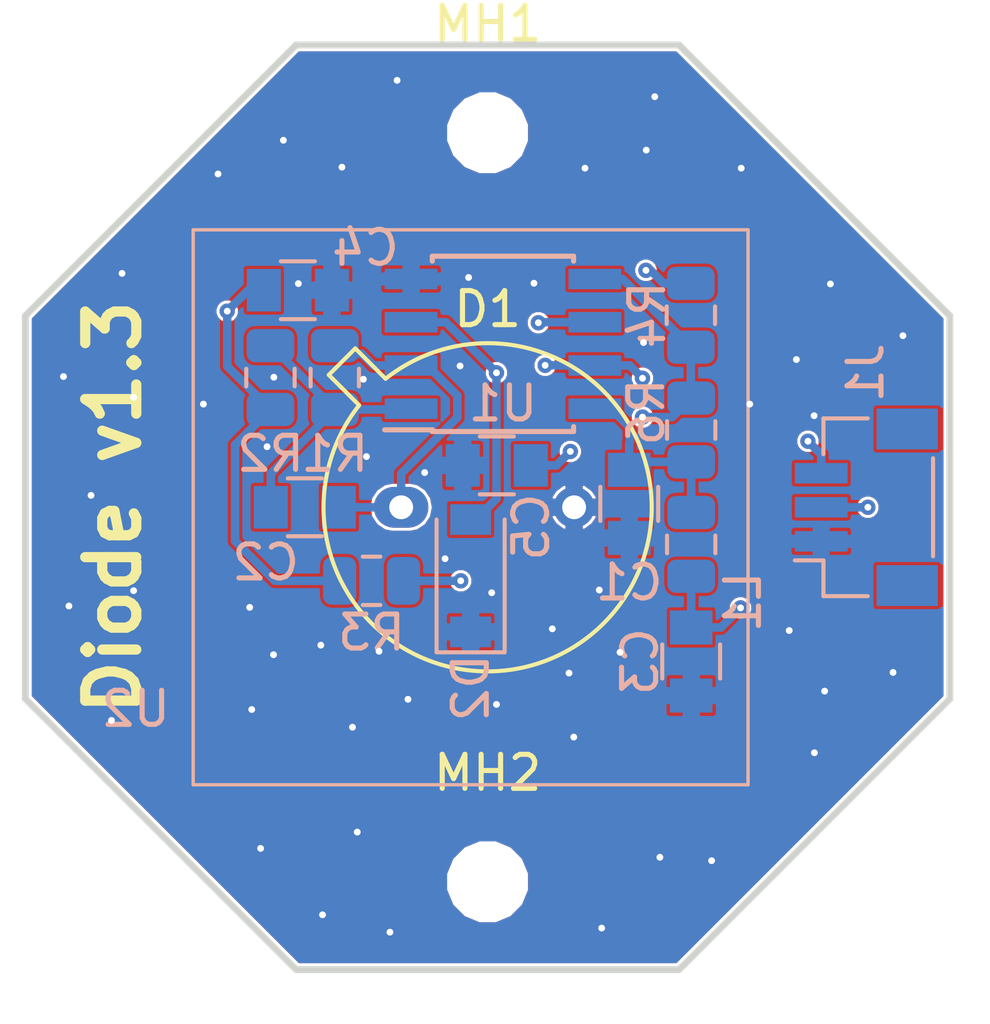
<source format=kicad_pcb>
(kicad_pcb (version 20171130) (host pcbnew "(5.1.0-0)")

  (general
    (thickness 1.6)
    (drawings 9)
    (tracks 150)
    (zones 0)
    (modules 18)
    (nets 10)
  )

  (page A4)
  (layers
    (0 F.Cu signal hide)
    (1 In1.Cu signal hide)
    (2 In2.Cu signal hide)
    (31 B.Cu signal)
    (32 B.Adhes user hide)
    (33 F.Adhes user hide)
    (34 B.Paste user)
    (35 F.Paste user hide)
    (36 B.SilkS user)
    (37 F.SilkS user)
    (38 B.Mask user hide)
    (39 F.Mask user hide)
    (40 Dwgs.User user hide)
    (41 Cmts.User user hide)
    (42 Eco1.User user hide)
    (43 Eco2.User user hide)
    (44 Edge.Cuts user)
    (45 Margin user hide)
    (46 B.CrtYd user)
    (47 F.CrtYd user hide)
    (48 B.Fab user hide)
    (49 F.Fab user hide)
  )

  (setup
    (last_trace_width 0.25)
    (trace_clearance 0.0889)
    (zone_clearance 0.0889)
    (zone_45_only no)
    (trace_min 0.2)
    (via_size 0.45)
    (via_drill 0.2)
    (via_min_size 0.15)
    (via_min_drill 0.15)
    (uvia_size 0.2)
    (uvia_drill 0.1)
    (uvias_allowed no)
    (uvia_min_size 0.2)
    (uvia_min_drill 0.1)
    (edge_width 0.15)
    (segment_width 0.2)
    (pcb_text_width 0.3)
    (pcb_text_size 1.5 1.5)
    (mod_edge_width 0.15)
    (mod_text_size 1 1)
    (mod_text_width 0.15)
    (pad_size 4.55 1)
    (pad_drill 0)
    (pad_to_mask_clearance 0.1)
    (aux_axis_origin 0 0)
    (visible_elements 7FFFFFFF)
    (pcbplotparams
      (layerselection 0x010fc_ffffffff)
      (usegerberextensions false)
      (usegerberattributes false)
      (usegerberadvancedattributes false)
      (creategerberjobfile false)
      (excludeedgelayer true)
      (linewidth 0.100000)
      (plotframeref false)
      (viasonmask false)
      (mode 1)
      (useauxorigin false)
      (hpglpennumber 1)
      (hpglpenspeed 20)
      (hpglpendiameter 15.000000)
      (psnegative false)
      (psa4output false)
      (plotreference true)
      (plotvalue true)
      (plotinvisibletext false)
      (padsonsilk false)
      (subtractmaskfromsilk false)
      (outputformat 1)
      (mirror false)
      (drillshape 0)
      (scaleselection 1)
      (outputdirectory "Gerbers/"))
  )

  (net 0 "")
  (net 1 +5V)
  (net 2 GND)
  (net 3 /A)
  (net 4 "Net-(C2-Pad2)")
  (net 5 "Net-(C2-Pad1)")
  (net 6 "Net-(C4-Pad1)")
  (net 7 /Vdd)
  (net 8 /Ref2)
  (net 9 /Ref1)

  (net_class Default "This is the default net class."
    (clearance 0.0889)
    (trace_width 0.25)
    (via_dia 0.45)
    (via_drill 0.2)
    (uvia_dia 0.2)
    (uvia_drill 0.1)
    (diff_pair_width 0.2)
    (diff_pair_gap 0.1525)
    (add_net +5V)
    (add_net /A)
    (add_net /Ref1)
    (add_net /Ref2)
    (add_net /Vdd)
    (add_net GND)
    (add_net "Net-(C2-Pad1)")
    (add_net "Net-(C2-Pad2)")
    (add_net "Net-(C4-Pad1)")
  )

  (module Diodes_SMD:D_SOD-123 (layer B.Cu) (tedit 58645DC7) (tstamp 5CAF332E)
    (at 149.5 97.01 90)
    (descr SOD-123)
    (tags SOD-123)
    (path /5C95F3AC)
    (attr smd)
    (fp_text reference D2 (at -3.295001 0.004999 90) (layer B.SilkS)
      (effects (font (size 1 1) (thickness 0.15)) (justify mirror))
    )
    (fp_text value D (at 0 -2.1 90) (layer B.Fab)
      (effects (font (size 1 1) (thickness 0.15)) (justify mirror))
    )
    (fp_text user %R (at 0 2 90) (layer B.Fab)
      (effects (font (size 1 1) (thickness 0.15)) (justify mirror))
    )
    (fp_line (start -2.25 1) (end -2.25 -1) (layer B.SilkS) (width 0.12))
    (fp_line (start 0.25 0) (end 0.75 0) (layer B.Fab) (width 0.1))
    (fp_line (start 0.25 -0.4) (end -0.35 0) (layer B.Fab) (width 0.1))
    (fp_line (start 0.25 0.4) (end 0.25 -0.4) (layer B.Fab) (width 0.1))
    (fp_line (start -0.35 0) (end 0.25 0.4) (layer B.Fab) (width 0.1))
    (fp_line (start -0.35 0) (end -0.35 -0.55) (layer B.Fab) (width 0.1))
    (fp_line (start -0.35 0) (end -0.35 0.55) (layer B.Fab) (width 0.1))
    (fp_line (start -0.75 0) (end -0.35 0) (layer B.Fab) (width 0.1))
    (fp_line (start -1.4 -0.9) (end -1.4 0.9) (layer B.Fab) (width 0.1))
    (fp_line (start 1.4 -0.9) (end -1.4 -0.9) (layer B.Fab) (width 0.1))
    (fp_line (start 1.4 0.9) (end 1.4 -0.9) (layer B.Fab) (width 0.1))
    (fp_line (start -1.4 0.9) (end 1.4 0.9) (layer B.Fab) (width 0.1))
    (fp_line (start -2.35 1.15) (end 2.35 1.15) (layer B.CrtYd) (width 0.05))
    (fp_line (start 2.35 1.15) (end 2.35 -1.15) (layer B.CrtYd) (width 0.05))
    (fp_line (start 2.35 -1.15) (end -2.35 -1.15) (layer B.CrtYd) (width 0.05))
    (fp_line (start -2.35 1.15) (end -2.35 -1.15) (layer B.CrtYd) (width 0.05))
    (fp_line (start -2.25 -1) (end 1.65 -1) (layer B.SilkS) (width 0.12))
    (fp_line (start -2.25 1) (end 1.65 1) (layer B.SilkS) (width 0.12))
    (pad 1 smd rect (at -1.65 0 90) (size 0.9 1.2) (layers B.Cu B.Paste B.Mask)
      (net 2 GND))
    (pad 2 smd rect (at 1.65 0 90) (size 0.9 1.2) (layers B.Cu B.Paste B.Mask)
      (net 9 /Ref1))
    (model ${KISYS3DMOD}/Diodes_SMD.3dshapes/D_SOD-123.wrl
      (at (xyz 0 0 0))
      (scale (xyz 1 1 1))
      (rotate (xyz 0 0 0))
    )
  )

  (module Capacitors_SMD:C_0805 (layer B.Cu) (tedit 58AA8463) (tstamp 5C974324)
    (at 150.27 93.77)
    (descr "Capacitor SMD 0805, reflow soldering, AVX (see smccp.pdf)")
    (tags "capacitor 0805")
    (path /5C95FEC2)
    (attr smd)
    (fp_text reference C5 (at 1.01 1.81 90) (layer B.SilkS)
      (effects (font (size 1 1) (thickness 0.15)) (justify mirror))
    )
    (fp_text value C (at 0 -1.75) (layer B.Fab)
      (effects (font (size 1 1) (thickness 0.15)) (justify mirror))
    )
    (fp_text user %R (at 0 1.5) (layer B.Fab)
      (effects (font (size 1 1) (thickness 0.15)) (justify mirror))
    )
    (fp_line (start -1 -0.62) (end -1 0.62) (layer B.Fab) (width 0.1))
    (fp_line (start 1 -0.62) (end -1 -0.62) (layer B.Fab) (width 0.1))
    (fp_line (start 1 0.62) (end 1 -0.62) (layer B.Fab) (width 0.1))
    (fp_line (start -1 0.62) (end 1 0.62) (layer B.Fab) (width 0.1))
    (fp_line (start 0.5 0.85) (end -0.5 0.85) (layer B.SilkS) (width 0.12))
    (fp_line (start -0.5 -0.85) (end 0.5 -0.85) (layer B.SilkS) (width 0.12))
    (fp_line (start -1.75 0.88) (end 1.75 0.88) (layer B.CrtYd) (width 0.05))
    (fp_line (start -1.75 0.88) (end -1.75 -0.87) (layer B.CrtYd) (width 0.05))
    (fp_line (start 1.75 -0.87) (end 1.75 0.88) (layer B.CrtYd) (width 0.05))
    (fp_line (start 1.75 -0.87) (end -1.75 -0.87) (layer B.CrtYd) (width 0.05))
    (pad 1 smd rect (at -1 0) (size 1 1.25) (layers B.Cu B.Paste B.Mask)
      (net 2 GND))
    (pad 2 smd rect (at 1 0) (size 1 1.25) (layers B.Cu B.Paste B.Mask)
      (net 8 /Ref2))
    (model Capacitors_SMD.3dshapes/C_0805.wrl
      (at (xyz 0 0 0))
      (scale (xyz 1 1 1))
      (rotate (xyz 0 0 0))
    )
  )

  (module Resistor_SMD:R_0805_2012Metric (layer B.Cu) (tedit 5B36C52B) (tstamp 5CAF3350)
    (at 155.98 92.73 270)
    (descr "Resistor SMD 0805 (2012 Metric), square (rectangular) end terminal, IPC_7351 nominal, (Body size source: https://docs.google.com/spreadsheets/d/1BsfQQcO9C6DZCsRaXUlFlo91Tg2WpOkGARC1WS5S8t0/edit?usp=sharing), generated with kicad-footprint-generator")
    (tags resistor)
    (path /5C963211)
    (attr smd)
    (fp_text reference R6 (at -0.53 1.32 270) (layer B.SilkS)
      (effects (font (size 1 1) (thickness 0.15)) (justify mirror))
    )
    (fp_text value R (at 0 -1.65 270) (layer B.Fab)
      (effects (font (size 1 1) (thickness 0.15)) (justify mirror))
    )
    (fp_line (start -1 -0.6) (end -1 0.6) (layer B.Fab) (width 0.1))
    (fp_line (start -1 0.6) (end 1 0.6) (layer B.Fab) (width 0.1))
    (fp_line (start 1 0.6) (end 1 -0.6) (layer B.Fab) (width 0.1))
    (fp_line (start 1 -0.6) (end -1 -0.6) (layer B.Fab) (width 0.1))
    (fp_line (start -0.258578 0.71) (end 0.258578 0.71) (layer B.SilkS) (width 0.12))
    (fp_line (start -0.258578 -0.71) (end 0.258578 -0.71) (layer B.SilkS) (width 0.12))
    (fp_line (start -1.68 -0.95) (end -1.68 0.95) (layer B.CrtYd) (width 0.05))
    (fp_line (start -1.68 0.95) (end 1.68 0.95) (layer B.CrtYd) (width 0.05))
    (fp_line (start 1.68 0.95) (end 1.68 -0.95) (layer B.CrtYd) (width 0.05))
    (fp_line (start 1.68 -0.95) (end -1.68 -0.95) (layer B.CrtYd) (width 0.05))
    (fp_text user %R (at 0 0 270) (layer B.Fab)
      (effects (font (size 0.5 0.5) (thickness 0.08)) (justify mirror))
    )
    (pad 1 smd roundrect (at -0.9375 0 270) (size 0.975 1.4) (layers B.Cu B.Paste B.Mask) (roundrect_rratio 0.25)
      (net 8 /Ref2))
    (pad 2 smd roundrect (at 0.9375 0 270) (size 0.975 1.4) (layers B.Cu B.Paste B.Mask) (roundrect_rratio 0.25)
      (net 7 /Vdd))
    (model ${KISYS3DMOD}/Resistor_SMD.3dshapes/R_0805_2012Metric.wrl
      (at (xyz 0 0 0))
      (scale (xyz 1 1 1))
      (rotate (xyz 0 0 0))
    )
  )

  (module Resistor_SMD:R_0805_2012Metric (layer B.Cu) (tedit 5B36C52B) (tstamp 5C0477A2)
    (at 146.59 97.16)
    (descr "Resistor SMD 0805 (2012 Metric), square (rectangular) end terminal, IPC_7351 nominal, (Body size source: https://docs.google.com/spreadsheets/d/1BsfQQcO9C6DZCsRaXUlFlo91Tg2WpOkGARC1WS5S8t0/edit?usp=sharing), generated with kicad-footprint-generator")
    (tags resistor)
    (path /5BE9F44C)
    (attr smd)
    (fp_text reference R3 (at 0 1.52) (layer B.SilkS)
      (effects (font (size 1 1) (thickness 0.15)) (justify mirror))
    )
    (fp_text value R (at 0 -1.65) (layer B.Fab)
      (effects (font (size 1 1) (thickness 0.15)) (justify mirror))
    )
    (fp_line (start -1 -0.6) (end -1 0.6) (layer B.Fab) (width 0.1))
    (fp_line (start -1 0.6) (end 1 0.6) (layer B.Fab) (width 0.1))
    (fp_line (start 1 0.6) (end 1 -0.6) (layer B.Fab) (width 0.1))
    (fp_line (start 1 -0.6) (end -1 -0.6) (layer B.Fab) (width 0.1))
    (fp_line (start -0.258578 0.71) (end 0.258578 0.71) (layer B.SilkS) (width 0.12))
    (fp_line (start -0.258578 -0.71) (end 0.258578 -0.71) (layer B.SilkS) (width 0.12))
    (fp_line (start -1.68 -0.95) (end -1.68 0.95) (layer B.CrtYd) (width 0.05))
    (fp_line (start -1.68 0.95) (end 1.68 0.95) (layer B.CrtYd) (width 0.05))
    (fp_line (start 1.68 0.95) (end 1.68 -0.95) (layer B.CrtYd) (width 0.05))
    (fp_line (start 1.68 -0.95) (end -1.68 -0.95) (layer B.CrtYd) (width 0.05))
    (fp_text user %R (at 0 0) (layer B.Fab)
      (effects (font (size 0.5 0.5) (thickness 0.08)) (justify mirror))
    )
    (pad 1 smd roundrect (at -0.9375 0) (size 0.975 1.4) (layers B.Cu B.Paste B.Mask) (roundrect_rratio 0.25)
      (net 6 "Net-(C4-Pad1)"))
    (pad 2 smd roundrect (at 0.9375 0) (size 0.975 1.4) (layers B.Cu B.Paste B.Mask) (roundrect_rratio 0.25)
      (net 3 /A))
    (model ${KISYS3DMOD}/Resistor_SMD.3dshapes/R_0805_2012Metric.wrl
      (at (xyz 0 0 0))
      (scale (xyz 1 1 1))
      (rotate (xyz 0 0 0))
    )
  )

  (module Resistor_SMD:R_0805_2012Metric (layer B.Cu) (tedit 5B36C52B) (tstamp 5C047EB9)
    (at 155.97 89.36 270)
    (descr "Resistor SMD 0805 (2012 Metric), square (rectangular) end terminal, IPC_7351 nominal, (Body size source: https://docs.google.com/spreadsheets/d/1BsfQQcO9C6DZCsRaXUlFlo91Tg2WpOkGARC1WS5S8t0/edit?usp=sharing), generated with kicad-footprint-generator")
    (tags resistor)
    (path /5BE9F48E)
    (attr smd)
    (fp_text reference R4 (at -0.01 1.28 270) (layer B.SilkS)
      (effects (font (size 1 1) (thickness 0.15)) (justify mirror))
    )
    (fp_text value R (at 0 -1.65 270) (layer B.Fab)
      (effects (font (size 1 1) (thickness 0.15)) (justify mirror))
    )
    (fp_text user %R (at 0 0 270) (layer B.Fab)
      (effects (font (size 0.5 0.5) (thickness 0.08)) (justify mirror))
    )
    (fp_line (start 1.68 -0.95) (end -1.68 -0.95) (layer B.CrtYd) (width 0.05))
    (fp_line (start 1.68 0.95) (end 1.68 -0.95) (layer B.CrtYd) (width 0.05))
    (fp_line (start -1.68 0.95) (end 1.68 0.95) (layer B.CrtYd) (width 0.05))
    (fp_line (start -1.68 -0.95) (end -1.68 0.95) (layer B.CrtYd) (width 0.05))
    (fp_line (start -0.258578 -0.71) (end 0.258578 -0.71) (layer B.SilkS) (width 0.12))
    (fp_line (start -0.258578 0.71) (end 0.258578 0.71) (layer B.SilkS) (width 0.12))
    (fp_line (start 1 -0.6) (end -1 -0.6) (layer B.Fab) (width 0.1))
    (fp_line (start 1 0.6) (end 1 -0.6) (layer B.Fab) (width 0.1))
    (fp_line (start -1 0.6) (end 1 0.6) (layer B.Fab) (width 0.1))
    (fp_line (start -1 -0.6) (end -1 0.6) (layer B.Fab) (width 0.1))
    (pad 2 smd roundrect (at 0.9375 0 270) (size 0.975 1.4) (layers B.Cu B.Paste B.Mask) (roundrect_rratio 0.25)
      (net 8 /Ref2))
    (pad 1 smd roundrect (at -0.9375 0 270) (size 0.975 1.4) (layers B.Cu B.Paste B.Mask) (roundrect_rratio 0.25)
      (net 9 /Ref1))
    (model ${KISYS3DMOD}/Resistor_SMD.3dshapes/R_0805_2012Metric.wrl
      (at (xyz 0 0 0))
      (scale (xyz 1 1 1))
      (rotate (xyz 0 0 0))
    )
  )

  (module Capacitors_SMD:C_0805 (layer B.Cu) (tedit 58AA8463) (tstamp 5C1D0966)
    (at 144.63 95)
    (descr "Capacitor SMD 0805, reflow soldering, AVX (see smccp.pdf)")
    (tags "capacitor 0805")
    (path /5BD1DD13)
    (attr smd)
    (fp_text reference C2 (at -1.15 1.62) (layer B.SilkS)
      (effects (font (size 1 1) (thickness 0.15)) (justify mirror))
    )
    (fp_text value C (at 0 -1.75) (layer B.Fab)
      (effects (font (size 1 1) (thickness 0.15)) (justify mirror))
    )
    (fp_text user %R (at 0 1.5) (layer B.Fab)
      (effects (font (size 1 1) (thickness 0.15)) (justify mirror))
    )
    (fp_line (start -1 -0.62) (end -1 0.62) (layer B.Fab) (width 0.1))
    (fp_line (start 1 -0.62) (end -1 -0.62) (layer B.Fab) (width 0.1))
    (fp_line (start 1 0.62) (end 1 -0.62) (layer B.Fab) (width 0.1))
    (fp_line (start -1 0.62) (end 1 0.62) (layer B.Fab) (width 0.1))
    (fp_line (start 0.5 0.85) (end -0.5 0.85) (layer B.SilkS) (width 0.12))
    (fp_line (start -0.5 -0.85) (end 0.5 -0.85) (layer B.SilkS) (width 0.12))
    (fp_line (start -1.75 0.88) (end 1.75 0.88) (layer B.CrtYd) (width 0.05))
    (fp_line (start -1.75 0.88) (end -1.75 -0.87) (layer B.CrtYd) (width 0.05))
    (fp_line (start 1.75 -0.87) (end 1.75 0.88) (layer B.CrtYd) (width 0.05))
    (fp_line (start 1.75 -0.87) (end -1.75 -0.87) (layer B.CrtYd) (width 0.05))
    (pad 1 smd rect (at -1 0) (size 1 1.25) (layers B.Cu B.Paste B.Mask)
      (net 5 "Net-(C2-Pad1)"))
    (pad 2 smd rect (at 1 0) (size 1 1.25) (layers B.Cu B.Paste B.Mask)
      (net 4 "Net-(C2-Pad2)"))
    (model Capacitors_SMD.3dshapes/C_0805.wrl
      (at (xyz 0 0 0))
      (scale (xyz 1 1 1))
      (rotate (xyz 0 0 0))
    )
  )

  (module Resistor_SMD:R_0805_2012Metric (layer B.Cu) (tedit 5B36C52B) (tstamp 5C1D0996)
    (at 145.51 91.19 270)
    (descr "Resistor SMD 0805 (2012 Metric), square (rectangular) end terminal, IPC_7351 nominal, (Body size source: https://docs.google.com/spreadsheets/d/1BsfQQcO9C6DZCsRaXUlFlo91Tg2WpOkGARC1WS5S8t0/edit?usp=sharing), generated with kicad-footprint-generator")
    (tags resistor)
    (path /5BD1DDDA)
    (attr smd)
    (fp_text reference R1 (at 2.24 0) (layer B.SilkS)
      (effects (font (size 1 1) (thickness 0.15)) (justify mirror))
    )
    (fp_text value R (at 0 -1.65 270) (layer B.Fab)
      (effects (font (size 1 1) (thickness 0.15)) (justify mirror))
    )
    (fp_line (start -1 -0.6) (end -1 0.6) (layer B.Fab) (width 0.1))
    (fp_line (start -1 0.6) (end 1 0.6) (layer B.Fab) (width 0.1))
    (fp_line (start 1 0.6) (end 1 -0.6) (layer B.Fab) (width 0.1))
    (fp_line (start 1 -0.6) (end -1 -0.6) (layer B.Fab) (width 0.1))
    (fp_line (start -0.258578 0.71) (end 0.258578 0.71) (layer B.SilkS) (width 0.12))
    (fp_line (start -0.258578 -0.71) (end 0.258578 -0.71) (layer B.SilkS) (width 0.12))
    (fp_line (start -1.68 -0.95) (end -1.68 0.95) (layer B.CrtYd) (width 0.05))
    (fp_line (start -1.68 0.95) (end 1.68 0.95) (layer B.CrtYd) (width 0.05))
    (fp_line (start 1.68 0.95) (end 1.68 -0.95) (layer B.CrtYd) (width 0.05))
    (fp_line (start 1.68 -0.95) (end -1.68 -0.95) (layer B.CrtYd) (width 0.05))
    (fp_text user %R (at 0 0 270) (layer B.Fab)
      (effects (font (size 0.5 0.5) (thickness 0.08)) (justify mirror))
    )
    (pad 1 smd roundrect (at -0.9375 0 270) (size 0.975 1.4) (layers B.Cu B.Paste B.Mask) (roundrect_rratio 0.25)
      (net 4 "Net-(C2-Pad2)"))
    (pad 2 smd roundrect (at 0.9375 0 270) (size 0.975 1.4) (layers B.Cu B.Paste B.Mask) (roundrect_rratio 0.25)
      (net 5 "Net-(C2-Pad1)"))
    (model ${KISYS3DMOD}/Resistor_SMD.3dshapes/R_0805_2012Metric.wrl
      (at (xyz 0 0 0))
      (scale (xyz 1 1 1))
      (rotate (xyz 0 0 0))
    )
  )

  (module Resistor_SMD:R_0805_2012Metric (layer B.Cu) (tedit 5B36C52B) (tstamp 5C047791)
    (at 143.62 91.19 270)
    (descr "Resistor SMD 0805 (2012 Metric), square (rectangular) end terminal, IPC_7351 nominal, (Body size source: https://docs.google.com/spreadsheets/d/1BsfQQcO9C6DZCsRaXUlFlo91Tg2WpOkGARC1WS5S8t0/edit?usp=sharing), generated with kicad-footprint-generator")
    (tags resistor)
    (path /5BEB2536)
    (attr smd)
    (fp_text reference R2 (at 2.24 0) (layer B.SilkS)
      (effects (font (size 1 1) (thickness 0.15)) (justify mirror))
    )
    (fp_text value 3 (at 0 -1.65 270) (layer B.Fab)
      (effects (font (size 1 1) (thickness 0.15)) (justify mirror))
    )
    (fp_line (start -1 -0.6) (end -1 0.6) (layer B.Fab) (width 0.1))
    (fp_line (start -1 0.6) (end 1 0.6) (layer B.Fab) (width 0.1))
    (fp_line (start 1 0.6) (end 1 -0.6) (layer B.Fab) (width 0.1))
    (fp_line (start 1 -0.6) (end -1 -0.6) (layer B.Fab) (width 0.1))
    (fp_line (start -0.258578 0.71) (end 0.258578 0.71) (layer B.SilkS) (width 0.12))
    (fp_line (start -0.258578 -0.71) (end 0.258578 -0.71) (layer B.SilkS) (width 0.12))
    (fp_line (start -1.68 -0.95) (end -1.68 0.95) (layer B.CrtYd) (width 0.05))
    (fp_line (start -1.68 0.95) (end 1.68 0.95) (layer B.CrtYd) (width 0.05))
    (fp_line (start 1.68 0.95) (end 1.68 -0.95) (layer B.CrtYd) (width 0.05))
    (fp_line (start 1.68 -0.95) (end -1.68 -0.95) (layer B.CrtYd) (width 0.05))
    (fp_text user %R (at 0 0 270) (layer B.Fab)
      (effects (font (size 0.5 0.5) (thickness 0.08)) (justify mirror))
    )
    (pad 1 smd roundrect (at -0.9375 0 270) (size 0.975 1.4) (layers B.Cu B.Paste B.Mask) (roundrect_rratio 0.25)
      (net 5 "Net-(C2-Pad1)"))
    (pad 2 smd roundrect (at 0.9375 0 270) (size 0.975 1.4) (layers B.Cu B.Paste B.Mask) (roundrect_rratio 0.25)
      (net 6 "Net-(C4-Pad1)"))
    (model ${KISYS3DMOD}/Resistor_SMD.3dshapes/R_0805_2012Metric.wrl
      (at (xyz 0 0 0))
      (scale (xyz 1 1 1))
      (rotate (xyz 0 0 0))
    )
  )

  (module Capacitors_SMD:C_0805 (layer B.Cu) (tedit 58AA8463) (tstamp 5BEFFF7E)
    (at 154.16 94.9 270)
    (descr "Capacitor SMD 0805, reflow soldering, AVX (see smccp.pdf)")
    (tags "capacitor 0805")
    (path /5BD1EB34)
    (attr smd)
    (fp_text reference C1 (at 2.31 0 180) (layer B.SilkS)
      (effects (font (size 1 1) (thickness 0.15)) (justify mirror))
    )
    (fp_text value 0.1uF (at 0 -1.75 270) (layer B.Fab)
      (effects (font (size 1 1) (thickness 0.15)) (justify mirror))
    )
    (fp_line (start 1.75 -0.87) (end -1.75 -0.87) (layer B.CrtYd) (width 0.05))
    (fp_line (start 1.75 -0.87) (end 1.75 0.88) (layer B.CrtYd) (width 0.05))
    (fp_line (start -1.75 0.88) (end -1.75 -0.87) (layer B.CrtYd) (width 0.05))
    (fp_line (start -1.75 0.88) (end 1.75 0.88) (layer B.CrtYd) (width 0.05))
    (fp_line (start -0.5 -0.85) (end 0.5 -0.85) (layer B.SilkS) (width 0.12))
    (fp_line (start 0.5 0.85) (end -0.5 0.85) (layer B.SilkS) (width 0.12))
    (fp_line (start -1 0.62) (end 1 0.62) (layer B.Fab) (width 0.1))
    (fp_line (start 1 0.62) (end 1 -0.62) (layer B.Fab) (width 0.1))
    (fp_line (start 1 -0.62) (end -1 -0.62) (layer B.Fab) (width 0.1))
    (fp_line (start -1 -0.62) (end -1 0.62) (layer B.Fab) (width 0.1))
    (fp_text user %R (at 0 1.5 270) (layer B.Fab)
      (effects (font (size 1 1) (thickness 0.15)) (justify mirror))
    )
    (pad 2 smd rect (at 1 0 270) (size 1 1.25) (layers B.Cu B.Paste B.Mask)
      (net 2 GND))
    (pad 1 smd rect (at -1 0 270) (size 1 1.25) (layers B.Cu B.Paste B.Mask)
      (net 7 /Vdd))
    (model Capacitors_SMD.3dshapes/C_0805.wrl
      (at (xyz 0 0 0))
      (scale (xyz 1 1 1))
      (rotate (xyz 0 0 0))
    )
  )

  (module Package_TO_SOT_THT:TO-5-2_Window (layer F.Cu) (tedit 5A02FF81) (tstamp 5BF73769)
    (at 147.46 95)
    (descr "TO-5-2_Window, Window")
    (tags "TO-5-2_Window Window")
    (path /5BD1DA72)
    (fp_text reference D1 (at 2.54 -5.82) (layer F.SilkS)
      (effects (font (size 1 1) (thickness 0.15)))
    )
    (fp_text value BPW21 (at 2.54 5.82) (layer F.Fab)
      (effects (font (size 1 1) (thickness 0.15)))
    )
    (fp_text user %R (at 2.54 -5.82) (layer F.Fab)
      (effects (font (size 1 1) (thickness 0.15)))
    )
    (fp_line (start -0.465408 -3.61352) (end -1.27151 -4.419621) (layer F.Fab) (width 0.1))
    (fp_line (start -1.27151 -4.419621) (end -1.879621 -3.81151) (layer F.Fab) (width 0.1))
    (fp_line (start -1.879621 -3.81151) (end -1.07352 -3.005408) (layer F.Fab) (width 0.1))
    (fp_line (start 3.864 -2.637) (end 5.177 -1.324) (layer F.Fab) (width 0.1))
    (fp_line (start 3.025 -2.911) (end 5.451 -0.485) (layer F.Fab) (width 0.1))
    (fp_line (start 2.42 -2.948) (end 5.488 0.12) (layer F.Fab) (width 0.1))
    (fp_line (start 1.918 -2.884) (end 5.424 0.622) (layer F.Fab) (width 0.1))
    (fp_line (start 1.482 -2.755) (end 5.295 1.058) (layer F.Fab) (width 0.1))
    (fp_line (start 1.097 -2.574) (end 5.114 1.443) (layer F.Fab) (width 0.1))
    (fp_line (start 0.756 -2.35) (end 4.89 1.784) (layer F.Fab) (width 0.1))
    (fp_line (start 0.454 -2.086) (end 4.626 2.086) (layer F.Fab) (width 0.1))
    (fp_line (start 0.19 -1.784) (end 4.324 2.35) (layer F.Fab) (width 0.1))
    (fp_line (start -0.034 -1.443) (end 3.983 2.574) (layer F.Fab) (width 0.1))
    (fp_line (start -0.215 -1.058) (end 3.598 2.755) (layer F.Fab) (width 0.1))
    (fp_line (start -0.344 -0.622) (end 3.162 2.884) (layer F.Fab) (width 0.1))
    (fp_line (start -0.408 -0.12) (end 2.66 2.948) (layer F.Fab) (width 0.1))
    (fp_line (start -0.371 0.485) (end 2.055 2.911) (layer F.Fab) (width 0.1))
    (fp_line (start -0.097 1.324) (end 1.216 2.637) (layer F.Fab) (width 0.1))
    (fp_line (start -0.457084 -3.774902) (end -1.348039 -4.665856) (layer F.SilkS) (width 0.12))
    (fp_line (start -1.348039 -4.665856) (end -2.125856 -3.888039) (layer F.SilkS) (width 0.12))
    (fp_line (start -2.125856 -3.888039) (end -1.234902 -2.997084) (layer F.SilkS) (width 0.12))
    (fp_line (start -2.41 -4.95) (end -2.41 4.95) (layer F.CrtYd) (width 0.05))
    (fp_line (start -2.41 4.95) (end 7.49 4.95) (layer F.CrtYd) (width 0.05))
    (fp_line (start 7.49 4.95) (end 7.49 -4.95) (layer F.CrtYd) (width 0.05))
    (fp_line (start 7.49 -4.95) (end -2.41 -4.95) (layer F.CrtYd) (width 0.05))
    (fp_circle (center 2.54 0) (end 6.79 0) (layer F.Fab) (width 0.1))
    (fp_circle (center 2.54 0) (end 5.49 0) (layer F.Fab) (width 0.1))
    (fp_arc (start 2.54 0) (end -0.465408 -3.61352) (angle 349.5) (layer F.Fab) (width 0.1))
    (fp_arc (start 2.54 0) (end -0.457084 -3.774902) (angle 346.9) (layer F.SilkS) (width 0.12))
    (pad 1 thru_hole oval (at 0 0) (size 1.6 1.2) (drill 0.7) (layers *.Cu *.Mask)
      (net 4 "Net-(C2-Pad2)"))
    (pad 2 thru_hole oval (at 5.08 0) (size 1.2 1.2) (drill 0.7) (layers *.Cu *.Mask)
      (net 2 GND))
    (model ${KISYS3DMOD}/Package_TO_SOT_THT.3dshapes/TO-5-2_Window.wrl
      (at (xyz 0 0 0))
      (scale (xyz 1 1 1))
      (rotate (xyz 0 0 0))
    )
  )

  (module Connector_Molex:Molex_Pico-Clasp_501331-0307_1x03-1MP_P1.00mm_Vertical (layer B.Cu) (tedit 5AA46ED0) (tstamp 5BF7378F)
    (at 161.125 95 90)
    (descr "Molex Pico-Clasp series connector, 501331-0307 (http://www.molex.com/pdm_docs/sd/5013310207_sd.pdf), generated with kicad-footprint-generator")
    (tags "connector Molex Pico-Clasp side entry")
    (path /5BDDEC06)
    (attr smd)
    (fp_text reference J1 (at 3.95 -0.025 90) (layer B.SilkS)
      (effects (font (size 1 1) (thickness 0.15)) (justify mirror))
    )
    (fp_text value Conn_01x03 (at 0 -3.3 90) (layer B.Fab)
      (effects (font (size 1 1) (thickness 0.15)) (justify mirror))
    )
    (fp_line (start -2.5 -1.15) (end 2.5 -1.15) (layer B.Fab) (width 0.1))
    (fp_line (start -2.61 0.04) (end -2.61 -1.26) (layer B.SilkS) (width 0.12))
    (fp_line (start -2.61 -1.26) (end -1.56 -1.26) (layer B.SilkS) (width 0.12))
    (fp_line (start -1.56 -1.26) (end -1.56 -2.1) (layer B.SilkS) (width 0.12))
    (fp_line (start 2.61 0.04) (end 2.61 -1.26) (layer B.SilkS) (width 0.12))
    (fp_line (start 2.61 -1.26) (end 1.56 -1.26) (layer B.SilkS) (width 0.12))
    (fp_line (start -1.44 1.96) (end 1.44 1.96) (layer B.SilkS) (width 0.12))
    (fp_line (start -2.5 1.85) (end 2.5 1.85) (layer B.Fab) (width 0.1))
    (fp_line (start -2.5 -1.15) (end -2.5 1.85) (layer B.Fab) (width 0.1))
    (fp_line (start 2.5 -1.15) (end 2.5 1.85) (layer B.Fab) (width 0.1))
    (fp_line (start -1.125 0.25) (end -1.125 -0.25) (layer B.Fab) (width 0.1))
    (fp_line (start -1.125 -0.25) (end -0.875 -0.25) (layer B.Fab) (width 0.1))
    (fp_line (start -0.875 -0.25) (end -0.875 0.25) (layer B.Fab) (width 0.1))
    (fp_line (start -0.875 0.25) (end -1.125 0.25) (layer B.Fab) (width 0.1))
    (fp_line (start -0.125 0.25) (end -0.125 -0.25) (layer B.Fab) (width 0.1))
    (fp_line (start -0.125 -0.25) (end 0.125 -0.25) (layer B.Fab) (width 0.1))
    (fp_line (start 0.125 -0.25) (end 0.125 0.25) (layer B.Fab) (width 0.1))
    (fp_line (start 0.125 0.25) (end -0.125 0.25) (layer B.Fab) (width 0.1))
    (fp_line (start 0.875 0.25) (end 0.875 -0.25) (layer B.Fab) (width 0.1))
    (fp_line (start 0.875 -0.25) (end 1.125 -0.25) (layer B.Fab) (width 0.1))
    (fp_line (start 1.125 -0.25) (end 1.125 0.25) (layer B.Fab) (width 0.1))
    (fp_line (start 1.125 0.25) (end 0.875 0.25) (layer B.Fab) (width 0.1))
    (fp_line (start -3.4 2.6) (end -3.4 -2.6) (layer B.CrtYd) (width 0.05))
    (fp_line (start -3.4 -2.6) (end 3.4 -2.6) (layer B.CrtYd) (width 0.05))
    (fp_line (start 3.4 -2.6) (end 3.4 2.6) (layer B.CrtYd) (width 0.05))
    (fp_line (start 3.4 2.6) (end -3.4 2.6) (layer B.CrtYd) (width 0.05))
    (fp_line (start -1.5 -1.15) (end -1 -0.442893) (layer B.Fab) (width 0.1))
    (fp_line (start -1 -0.442893) (end -0.5 -1.15) (layer B.Fab) (width 0.1))
    (fp_text user %R (at 0 1.15 90) (layer B.Fab)
      (effects (font (size 1 1) (thickness 0.15)) (justify mirror))
    )
    (pad 1 smd rect (at -1 -1.325 90) (size 0.6 1.55) (layers B.Cu B.Paste B.Mask)
      (net 2 GND))
    (pad 2 smd rect (at 0 -1.325 90) (size 0.6 1.55) (layers B.Cu B.Paste B.Mask)
      (net 1 +5V))
    (pad 3 smd rect (at 1 -1.325 90) (size 0.6 1.55) (layers B.Cu B.Paste B.Mask)
      (net 3 /A))
    (pad MP smd rect (at -2.3 1.2 90) (size 1.2 1.8) (layers B.Cu B.Paste B.Mask))
    (pad MP smd rect (at 2.3 1.2 90) (size 1.2 1.8) (layers B.Cu B.Paste B.Mask))
    (model ${KISYS3DMOD}/Connector_Molex.3dshapes/Molex_Pico-Clasp_501331-0307_1x03-1MP_P1.00mm_Vertical.wrl
      (at (xyz 0 0 0))
      (scale (xyz 1 1 1))
      (rotate (xyz 0 0 0))
    )
  )

  (module Capacitors_SMD:C_0805 (layer B.Cu) (tedit 58AA8463) (tstamp 5BEFFD6D)
    (at 155.98 99.53 90)
    (descr "Capacitor SMD 0805, reflow soldering, AVX (see smccp.pdf)")
    (tags "capacitor 0805")
    (path /5BEB2C09)
    (attr smd)
    (fp_text reference C3 (at 0 -1.5 90) (layer B.SilkS)
      (effects (font (size 1 1) (thickness 0.15)) (justify mirror))
    )
    (fp_text value 1.5uF (at 0 -1.75 90) (layer B.Fab)
      (effects (font (size 1 1) (thickness 0.15)) (justify mirror))
    )
    (fp_line (start 1.75 -0.87) (end -1.75 -0.87) (layer B.CrtYd) (width 0.05))
    (fp_line (start 1.75 -0.87) (end 1.75 0.88) (layer B.CrtYd) (width 0.05))
    (fp_line (start -1.75 0.88) (end -1.75 -0.87) (layer B.CrtYd) (width 0.05))
    (fp_line (start -1.75 0.88) (end 1.75 0.88) (layer B.CrtYd) (width 0.05))
    (fp_line (start -0.5 -0.85) (end 0.5 -0.85) (layer B.SilkS) (width 0.12))
    (fp_line (start 0.5 0.85) (end -0.5 0.85) (layer B.SilkS) (width 0.12))
    (fp_line (start -1 0.62) (end 1 0.62) (layer B.Fab) (width 0.1))
    (fp_line (start 1 0.62) (end 1 -0.62) (layer B.Fab) (width 0.1))
    (fp_line (start 1 -0.62) (end -1 -0.62) (layer B.Fab) (width 0.1))
    (fp_line (start -1 -0.62) (end -1 0.62) (layer B.Fab) (width 0.1))
    (fp_text user %R (at 0 1.5 90) (layer B.Fab)
      (effects (font (size 1 1) (thickness 0.15)) (justify mirror))
    )
    (pad 2 smd rect (at 1 0 90) (size 1 1.25) (layers B.Cu B.Paste B.Mask)
      (net 1 +5V))
    (pad 1 smd rect (at -1 0 90) (size 1 1.25) (layers B.Cu B.Paste B.Mask)
      (net 2 GND))
    (model Capacitors_SMD.3dshapes/C_0805.wrl
      (at (xyz 0 0 0))
      (scale (xyz 1 1 1))
      (rotate (xyz 0 0 0))
    )
  )

  (module Capacitors_SMD:C_0805 (layer B.Cu) (tedit 58AA8463) (tstamp 5C047E67)
    (at 144.425 88.625)
    (descr "Capacitor SMD 0805, reflow soldering, AVX (see smccp.pdf)")
    (tags "capacitor 0805")
    (path /5BEB2596)
    (attr smd)
    (fp_text reference C4 (at 1.985 -1.245) (layer B.SilkS)
      (effects (font (size 1 1) (thickness 0.15)) (justify mirror))
    )
    (fp_text value 47uF (at 0 -1.75) (layer B.Fab)
      (effects (font (size 1 1) (thickness 0.15)) (justify mirror))
    )
    (fp_text user %R (at 0 1.5) (layer B.Fab)
      (effects (font (size 1 1) (thickness 0.15)) (justify mirror))
    )
    (fp_line (start -1 -0.62) (end -1 0.62) (layer B.Fab) (width 0.1))
    (fp_line (start 1 -0.62) (end -1 -0.62) (layer B.Fab) (width 0.1))
    (fp_line (start 1 0.62) (end 1 -0.62) (layer B.Fab) (width 0.1))
    (fp_line (start -1 0.62) (end 1 0.62) (layer B.Fab) (width 0.1))
    (fp_line (start 0.5 0.85) (end -0.5 0.85) (layer B.SilkS) (width 0.12))
    (fp_line (start -0.5 -0.85) (end 0.5 -0.85) (layer B.SilkS) (width 0.12))
    (fp_line (start -1.75 0.88) (end 1.75 0.88) (layer B.CrtYd) (width 0.05))
    (fp_line (start -1.75 0.88) (end -1.75 -0.87) (layer B.CrtYd) (width 0.05))
    (fp_line (start 1.75 -0.87) (end 1.75 0.88) (layer B.CrtYd) (width 0.05))
    (fp_line (start 1.75 -0.87) (end -1.75 -0.87) (layer B.CrtYd) (width 0.05))
    (pad 1 smd rect (at -1 0) (size 1 1.25) (layers B.Cu B.Paste B.Mask)
      (net 6 "Net-(C4-Pad1)"))
    (pad 2 smd rect (at 1 0) (size 1 1.25) (layers B.Cu B.Paste B.Mask)
      (net 2 GND))
    (model Capacitors_SMD.3dshapes/C_0805.wrl
      (at (xyz 0 0 0))
      (scale (xyz 1 1 1))
      (rotate (xyz 0 0 0))
    )
  )

  (module Inductor_SMD:L_0805_2012Metric (layer B.Cu) (tedit 5B36C52B) (tstamp 5BEFFC0B)
    (at 155.98 96.09 90)
    (descr "Inductor SMD 0805 (2012 Metric), square (rectangular) end terminal, IPC_7351 nominal, (Body size source: https://docs.google.com/spreadsheets/d/1BsfQQcO9C6DZCsRaXUlFlo91Tg2WpOkGARC1WS5S8t0/edit?usp=sharing), generated with kicad-footprint-generator")
    (tags inductor)
    (path /5BEB286B)
    (attr smd)
    (fp_text reference L1 (at -1.69 1.52 90) (layer B.SilkS)
      (effects (font (size 1 1) (thickness 0.15)) (justify mirror))
    )
    (fp_text value Ferrite_Bead (at 0 -1.65 90) (layer B.Fab)
      (effects (font (size 1 1) (thickness 0.15)) (justify mirror))
    )
    (fp_line (start -1 -0.6) (end -1 0.6) (layer B.Fab) (width 0.1))
    (fp_line (start -1 0.6) (end 1 0.6) (layer B.Fab) (width 0.1))
    (fp_line (start 1 0.6) (end 1 -0.6) (layer B.Fab) (width 0.1))
    (fp_line (start 1 -0.6) (end -1 -0.6) (layer B.Fab) (width 0.1))
    (fp_line (start -0.258578 0.71) (end 0.258578 0.71) (layer B.SilkS) (width 0.12))
    (fp_line (start -0.258578 -0.71) (end 0.258578 -0.71) (layer B.SilkS) (width 0.12))
    (fp_line (start -1.68 -0.95) (end -1.68 0.95) (layer B.CrtYd) (width 0.05))
    (fp_line (start -1.68 0.95) (end 1.68 0.95) (layer B.CrtYd) (width 0.05))
    (fp_line (start 1.68 0.95) (end 1.68 -0.95) (layer B.CrtYd) (width 0.05))
    (fp_line (start 1.68 -0.95) (end -1.68 -0.95) (layer B.CrtYd) (width 0.05))
    (fp_text user %R (at 0 0 90) (layer B.Fab)
      (effects (font (size 0.5 0.5) (thickness 0.08)) (justify mirror))
    )
    (pad 1 smd roundrect (at -0.9375 0 90) (size 0.975 1.4) (layers B.Cu B.Paste B.Mask) (roundrect_rratio 0.25)
      (net 1 +5V))
    (pad 2 smd roundrect (at 0.9375 0 90) (size 0.975 1.4) (layers B.Cu B.Paste B.Mask) (roundrect_rratio 0.25)
      (net 7 /Vdd))
    (model ${KISYS3DMOD}/Inductor_SMD.3dshapes/L_0805_2012Metric.wrl
      (at (xyz 0 0 0))
      (scale (xyz 1 1 1))
      (rotate (xyz 0 0 0))
    )
  )

  (module Housings_SOIC:SOIC-8_3.9x4.9mm_Pitch1.27mm (layer B.Cu) (tedit 5C95F48D) (tstamp 5BEFFB51)
    (at 150.45 90.2)
    (descr "8-Lead Plastic Small Outline (SN) - Narrow, 3.90 mm Body [SOIC] (see Microchip Packaging Specification 00000049BS.pdf)")
    (tags "SOIC 1.27")
    (path /5BE9F049)
    (attr smd)
    (fp_text reference U1 (at 0 1.75) (layer B.SilkS)
      (effects (font (size 1 1) (thickness 0.15)) (justify mirror))
    )
    (fp_text value Opamp_Dual_Generic (at 0 -3.5) (layer B.Fab)
      (effects (font (size 1 1) (thickness 0.15)) (justify mirror))
    )
    (fp_text user %R (at 0 0) (layer B.Fab)
      (effects (font (size 1 1) (thickness 0.15)) (justify mirror))
    )
    (fp_line (start -0.95 2.45) (end 1.95 2.45) (layer B.Fab) (width 0.1))
    (fp_line (start 1.95 2.45) (end 1.95 -2.45) (layer B.Fab) (width 0.1))
    (fp_line (start 1.95 -2.45) (end -1.95 -2.45) (layer B.Fab) (width 0.1))
    (fp_line (start -1.95 -2.45) (end -1.95 1.45) (layer B.Fab) (width 0.1))
    (fp_line (start -1.95 1.45) (end -0.95 2.45) (layer B.Fab) (width 0.1))
    (fp_line (start -3.73 2.7) (end -3.73 -2.7) (layer B.CrtYd) (width 0.05))
    (fp_line (start 3.73 2.7) (end 3.73 -2.7) (layer B.CrtYd) (width 0.05))
    (fp_line (start -3.73 2.7) (end 3.73 2.7) (layer B.CrtYd) (width 0.05))
    (fp_line (start -3.73 -2.7) (end 3.73 -2.7) (layer B.CrtYd) (width 0.05))
    (fp_line (start -2.075 2.575) (end -2.075 2.525) (layer B.SilkS) (width 0.15))
    (fp_line (start 2.075 2.575) (end 2.075 2.43) (layer B.SilkS) (width 0.15))
    (fp_line (start 2.075 -2.575) (end 2.075 -2.43) (layer B.SilkS) (width 0.15))
    (fp_line (start -2.075 -2.575) (end -2.075 -2.43) (layer B.SilkS) (width 0.15))
    (fp_line (start -2.075 2.575) (end 2.075 2.575) (layer B.SilkS) (width 0.15))
    (fp_line (start -2.075 -2.575) (end 2.075 -2.575) (layer B.SilkS) (width 0.15))
    (fp_line (start -2.075 2.525) (end -3.475 2.525) (layer B.SilkS) (width 0.15))
    (pad 1 smd rect (at -2.7 1.905) (size 1.55 0.6) (layers B.Cu B.Paste B.Mask)
      (net 5 "Net-(C2-Pad1)"))
    (pad 2 smd rect (at -2.7 0.635) (size 1.55 0.6) (layers B.Cu B.Paste B.Mask)
      (net 4 "Net-(C2-Pad2)"))
    (pad 3 smd rect (at -2.7 -0.635) (size 1.55 0.6) (layers B.Cu B.Paste B.Mask)
      (net 9 /Ref1))
    (pad 4 smd rect (at -2.7 -1.905) (size 1.55 0.6) (layers B.Cu B.Paste B.Mask)
      (net 2 GND))
    (pad 5 smd rect (at 2.7 -1.905) (size 1.55 0.6) (layers B.Cu B.Paste B.Mask)
      (net 8 /Ref2))
    (pad 6 smd rect (at 2.7 -0.635) (size 1.55 0.6) (layers B.Cu B.Paste B.Mask)
      (net 6 "Net-(C4-Pad1)"))
    (pad 7 smd rect (at 2.7 0.635) (size 1.55 0.6) (layers B.Cu B.Paste B.Mask)
      (net 3 /A))
    (pad 8 smd rect (at 2.7 1.905) (size 1.55 0.6) (layers B.Cu B.Paste B.Mask)
      (net 7 /Vdd))
    (model ${KISYS3DMOD}/Housings_SOIC.3dshapes/SOIC-8_3.9x4.9mm_Pitch1.27mm.wrl
      (at (xyz 0 0 0))
      (scale (xyz 1 1 1))
      (rotate (xyz 0 0 0))
    )
  )

  (module EMIshield:Laird-BMI-S-202-F (layer B.Cu) (tedit 5BF000A2) (tstamp 5C1D0889)
    (at 149.5 95 90)
    (path /5BD574D7)
    (fp_text reference U2 (at -5.92 -9.84) (layer B.SilkS)
      (effects (font (size 1 1) (thickness 0.15)) (justify mirror))
    )
    (fp_text value EMIshield (at -0.1 -3 90) (layer B.Fab)
      (effects (font (size 1 1) (thickness 0.15)) (justify mirror))
    )
    (fp_line (start -8.15 8.15) (end 8.15 8.15) (layer B.SilkS) (width 0.1))
    (fp_line (start -8.15 -8.15) (end 8.15 -8.15) (layer B.SilkS) (width 0.1))
    (fp_line (start 8.15 8.15) (end 8.15 -8.15) (layer B.SilkS) (width 0.1))
    (fp_line (start -8.15 8.15) (end -8.15 -8.15) (layer B.SilkS) (width 0.1))
    (pad 1 smd rect (at 0 8.15 90) (size 3.8 1) (layers B.Cu B.Paste B.Mask)
      (net 2 GND) (zone_connect 2))
    (pad 1 smd rect (at 0 -8.15 90) (size 3.8 1) (layers B.Cu B.Paste B.Mask)
      (net 2 GND) (zone_connect 2))
    (pad 1 smd rect (at -8.15 0) (size 3.8 1) (layers B.Cu B.Paste B.Mask)
      (net 2 GND) (zone_connect 2))
    (pad 1 smd rect (at 8.15 0) (size 3.8 1) (layers B.Cu B.Paste B.Mask)
      (net 2 GND) (zone_connect 2))
    (pad 1 smd custom (at -8.15 6.375) (size 4.55 1) (layers B.Cu B.Paste B.Mask)
      (net 2 GND) (zone_connect 2)
      (options (clearance outline) (anchor rect))
      (primitives
      ))
    (pad 1 smd custom (at -6.375 8.15 270) (size 4.55 1) (layers B.Cu B.Paste B.Mask)
      (net 2 GND) (zone_connect 2)
      (options (clearance outline) (anchor rect))
      (primitives
      ))
    (pad 1 smd custom (at -8.15 -6.375) (size 4.55 1) (layers B.Cu B.Paste B.Mask)
      (net 2 GND) (zone_connect 2)
      (options (clearance outline) (anchor rect))
      (primitives
      ))
    (pad 1 smd custom (at -6.375 -8.15 270) (size 4.55 1) (layers B.Cu B.Paste B.Mask)
      (net 2 GND) (zone_connect 2)
      (options (clearance outline) (anchor rect))
      (primitives
      ))
    (pad 1 smd custom (at 6.375 -8.15 270) (size 4.55 1) (layers B.Cu B.Paste B.Mask)
      (net 2 GND) (zone_connect 2)
      (options (clearance outline) (anchor rect))
      (primitives
      ))
    (pad 1 smd custom (at 8.15 -6.375) (size 4.55 1) (layers B.Cu B.Paste B.Mask)
      (net 2 GND) (zone_connect 2)
      (options (clearance outline) (anchor rect))
      (primitives
      ))
    (pad 1 smd custom (at 8.15 6.375) (size 4.55 1) (layers B.Cu B.Paste B.Mask)
      (net 2 GND) (zone_connect 2)
      (options (clearance outline) (anchor rect))
      (primitives
      ))
    (pad 1 smd custom (at 6.375 8.15 270) (size 4.55 1) (layers B.Cu B.Paste B.Mask)
      (net 2 GND) (zone_connect 2)
      (options (clearance outline) (anchor rect))
      (primitives
      ))
  )

  (module Mounting_Holes:MountingHole_2.2mm_M2 (layer F.Cu) (tedit 56D1B4CB) (tstamp 5C973F8D)
    (at 150 84)
    (descr "Mounting Hole 2.2mm, no annular, M2")
    (tags "mounting hole 2.2mm no annular m2")
    (path /5C976279)
    (fp_text reference MH1 (at 0 -3.2) (layer F.SilkS)
      (effects (font (size 1 1) (thickness 0.15)))
    )
    (fp_text value MountingHole (at 0 3.2) (layer F.Fab)
      (effects (font (size 1 1) (thickness 0.15)))
    )
    (fp_circle (center 0 0) (end 2.45 0) (layer F.CrtYd) (width 0.05))
    (fp_circle (center 0 0) (end 2.2 0) (layer Cmts.User) (width 0.15))
    (pad 1 np_thru_hole circle (at 0 0) (size 2.2 2.2) (drill 2.2) (layers *.Cu *.Mask))
  )

  (module Mounting_Holes:MountingHole_2.2mm_M2 (layer F.Cu) (tedit 56D1B4CB) (tstamp 5C973F94)
    (at 150 106)
    (descr "Mounting Hole 2.2mm, no annular, M2")
    (tags "mounting hole 2.2mm no annular m2")
    (path /5C976318)
    (fp_text reference MH2 (at 0 -3.2) (layer F.SilkS)
      (effects (font (size 1 1) (thickness 0.15)))
    )
    (fp_text value MountingHole (at 0 3.2) (layer F.Fab)
      (effects (font (size 1 1) (thickness 0.15)))
    )
    (fp_circle (center 0 0) (end 2.2 0) (layer Cmts.User) (width 0.15))
    (fp_circle (center 0 0) (end 2.45 0) (layer F.CrtYd) (width 0.05))
    (pad 1 np_thru_hole circle (at 0 0) (size 2.2 2.2) (drill 2.2) (layers *.Cu *.Mask))
  )

  (gr_line (start 155.62495 108.579832) (end 163.579832 100.62495) (layer Edge.Cuts) (width 0.2))
  (gr_line (start 155.62495 81.420168) (end 144.37505 81.420168) (layer Edge.Cuts) (width 0.2))
  (gr_line (start 163.579832 89.37505) (end 155.62495 81.420168) (layer Edge.Cuts) (width 0.2))
  (gr_line (start 163.579832 100.62495) (end 163.579832 89.37505) (layer Edge.Cuts) (width 0.2))
  (gr_line (start 144.37505 108.579832) (end 155.62495 108.579832) (layer Edge.Cuts) (width 0.2))
  (gr_line (start 136.420168 89.37505) (end 136.420168 100.62495) (layer Edge.Cuts) (width 0.2))
  (gr_line (start 136.420168 100.62495) (end 144.37505 108.579832) (layer Edge.Cuts) (width 0.2))
  (gr_line (start 144.37505 81.420168) (end 136.420168 89.37505) (layer Edge.Cuts) (width 0.2))
  (gr_text "Diode v1.3" (at 139 95 90) (layer F.SilkS)
    (effects (font (size 1.5 1.5) (thickness 0.3)))
  )

  (segment (start 159.3 95) (end 161.17 95) (width 0.25) (layer B.Cu) (net 1))
  (via (at 161.17 95) (size 0.45) (drill 0.2) (layers F.Cu B.Cu) (net 1))
  (segment (start 155.98 98.53) (end 155.98 97.0275) (width 0.25) (layer B.Cu) (net 1))
  (segment (start 156.855 98.53) (end 157.43 97.955) (width 0.25) (layer B.Cu) (net 1))
  (segment (start 155.98 98.53) (end 156.855 98.53) (width 0.25) (layer B.Cu) (net 1))
  (via (at 157.43 97.955) (size 0.45) (drill 0.2) (layers F.Cu B.Cu) (net 1))
  (via (at 154.66 84.51) (size 0.45) (drill 0.2) (layers F.Cu B.Cu) (net 2))
  (via (at 159.9 100.4) (size 0.45) (drill 0.2) (layers F.Cu B.Cu) (net 2))
  (via (at 155.06 105.28) (size 0.45) (drill 0.2) (layers F.Cu B.Cu) (net 2))
  (via (at 145.72 85.01) (size 0.45) (drill 0.2) (layers F.Cu B.Cu) (net 2))
  (via (at 144 84.22) (size 0.45) (drill 0.2) (layers F.Cu B.Cu) (net 2))
  (via (at 137.54 91.16) (size 0.45) (drill 0.2) (layers F.Cu B.Cu) (net 2))
  (via (at 138.35 94.65) (size 0.45) (drill 0.2) (layers F.Cu B.Cu) (net 2))
  (via (at 137.7 97.9) (size 0.45) (drill 0.2) (layers F.Cu B.Cu) (net 2))
  (via (at 143.33 105.02) (size 0.45) (drill 0.2) (layers F.Cu B.Cu) (net 2))
  (via (at 146.17 104.54) (size 0.45) (drill 0.2) (layers F.Cu B.Cu) (net 2))
  (via (at 145.15 106.97) (size 0.45) (drill 0.2) (layers F.Cu B.Cu) (net 2))
  (via (at 147.13 107.48) (size 0.45) (drill 0.2) (layers F.Cu B.Cu) (net 2))
  (via (at 153.35 107.36) (size 0.45) (drill 0.2) (layers F.Cu B.Cu) (net 2))
  (via (at 156.58 105.38) (size 0.45) (drill 0.2) (layers F.Cu B.Cu) (net 2))
  (via (at 159.6 102.21) (size 0.45) (drill 0.2) (layers F.Cu B.Cu) (net 2))
  (via (at 161.91 99.85) (size 0.45) (drill 0.2) (layers F.Cu B.Cu) (net 2))
  (via (at 158.86 98.62) (size 0.45) (drill 0.2) (layers F.Cu B.Cu) (net 2))
  (via (at 162.2 89.96) (size 0.45) (drill 0.2) (layers F.Cu B.Cu) (net 2))
  (via (at 159.07 90.66) (size 0.45) (drill 0.2) (layers F.Cu B.Cu) (net 2))
  (via (at 160.07 88.44) (size 0.45) (drill 0.2) (layers F.Cu B.Cu) (net 2))
  (via (at 157.45 85.04) (size 0.45) (drill 0.2) (layers F.Cu B.Cu) (net 2))
  (via (at 154.91 82.94) (size 0.45) (drill 0.2) (layers F.Cu B.Cu) (net 2))
  (via (at 152.86 85.04) (size 0.45) (drill 0.2) (layers F.Cu B.Cu) (net 2))
  (via (at 147.34 82.46) (size 0.45) (drill 0.2) (layers F.Cu B.Cu) (net 2))
  (via (at 142.08 85.21) (size 0.45) (drill 0.2) (layers F.Cu B.Cu) (net 2))
  (via (at 139.26 88.13) (size 0.45) (drill 0.2) (layers F.Cu B.Cu) (net 2))
  (via (at 138.95 101.26) (size 0.45) (drill 0.2) (layers F.Cu B.Cu) (net 2))
  (via (at 159.59 92.31) (size 0.45) (drill 0.2) (layers F.Cu B.Cu) (net 2))
  (via (at 143.07 100.94) (size 0.45) (drill 0.2) (layers F.Cu B.Cu) (net 2))
  (via (at 145.1 99.05) (size 0.45) (drill 0.2) (layers F.Cu B.Cu) (net 2))
  (via (at 146.03 101.46) (size 0.45) (drill 0.2) (layers F.Cu B.Cu) (net 2))
  (via (at 146.81 99.23) (size 0.45) (drill 0.2) (layers F.Cu B.Cu) (net 2))
  (via (at 152.53 101.75) (size 0.45) (drill 0.2) (layers F.Cu B.Cu) (net 2))
  (via (at 153.89 99.26) (size 0.45) (drill 0.2) (layers F.Cu B.Cu) (net 2))
  (via (at 150.26 100.79) (size 0.45) (drill 0.2) (layers F.Cu B.Cu) (net 2))
  (via (at 150.12 97.51) (size 0.45) (drill 0.2) (layers F.Cu B.Cu) (net 2))
  (via (at 148.75 96.51) (size 0.45) (drill 0.2) (layers F.Cu B.Cu) (net 2))
  (via (at 148.15 93.98) (size 0.45) (drill 0.2) (layers F.Cu B.Cu) (net 2))
  (via (at 146.44 93.51) (size 0.45) (drill 0.2) (layers F.Cu B.Cu) (net 2))
  (via (at 143.52 93.22) (size 0.45) (drill 0.2) (layers F.Cu B.Cu) (net 2))
  (via (at 141.65 91.97) (size 0.45) (drill 0.2) (layers F.Cu B.Cu) (net 2))
  (via (at 144.44 88.43) (size 0.45) (drill 0.2) (layers F.Cu B.Cu) (net 2))
  (via (at 143.72 91.18) (size 0.45) (drill 0.2) (layers F.Cu B.Cu) (net 2))
  (via (at 149.19 90.85) (size 0.45) (drill 0.2) (layers F.Cu B.Cu) (net 2))
  (via (at 149.44 88.25) (size 0.45) (drill 0.2) (layers F.Cu B.Cu) (net 2))
  (via (at 151.36 88.42) (size 0.45) (drill 0.2) (layers F.Cu B.Cu) (net 2))
  (via (at 154.58 90.16) (size 0.45) (drill 0.2) (layers F.Cu B.Cu) (net 2))
  (via (at 157.7 91.97) (size 0.45) (drill 0.2) (layers F.Cu B.Cu) (net 2))
  (via (at 143.01 97.94) (size 0.45) (drill 0.2) (layers F.Cu B.Cu) (net 2))
  (via (at 153.28 97.43) (size 0.45) (drill 0.2) (layers F.Cu B.Cu) (net 2))
  (via (at 143.71 99.33) (size 0.45) (drill 0.2) (layers F.Cu B.Cu) (net 2))
  (via (at 139.6 91.77) (size 0.45) (drill 0.2) (layers F.Cu B.Cu) (net 2))
  (via (at 139.6 97.45) (size 0.45) (drill 0.2) (layers F.Cu B.Cu) (net 2))
  (via (at 146.35 91.24) (size 0.45) (drill 0.2) (layers F.Cu B.Cu) (net 2))
  (via (at 151.9 98.57) (size 0.45) (drill 0.2) (layers F.Cu B.Cu) (net 2))
  (via (at 152.39 99.87) (size 0.45) (drill 0.2) (layers F.Cu B.Cu) (net 2))
  (via (at 147.66 100.64) (size 0.45) (drill 0.2) (layers F.Cu B.Cu) (net 2))
  (segment (start 147.5275 97.16) (end 148.115 97.16) (width 0.25) (layer B.Cu) (net 3))
  (via (at 149.21 97.16) (size 0.45) (drill 0.2) (layers F.Cu B.Cu) (net 3))
  (segment (start 148.115 97.16) (end 149.21 97.16) (width 0.25) (layer B.Cu) (net 3))
  (segment (start 152.125 90.835) (end 152.12 90.83) (width 0.25) (layer B.Cu) (net 3))
  (segment (start 153.15 90.835) (end 152.125 90.835) (width 0.25) (layer B.Cu) (net 3))
  (via (at 151.69 90.83) (size 0.45) (drill 0.2) (layers F.Cu B.Cu) (net 3))
  (segment (start 152.12 90.83) (end 151.69 90.83) (width 0.25) (layer B.Cu) (net 3))
  (segment (start 150.17 96.2) (end 149.21 97.16) (width 0.25) (layer In1.Cu) (net 3))
  (segment (start 151.69 90.83) (end 150.17 92.35) (width 0.25) (layer In1.Cu) (net 3))
  (segment (start 150.17 92.35) (end 150.17 96.2) (width 0.25) (layer In1.Cu) (net 3))
  (segment (start 154.175 90.835) (end 154.55 91.21) (width 0.25) (layer B.Cu) (net 3))
  (segment (start 153.15 90.835) (end 154.175 90.835) (width 0.25) (layer B.Cu) (net 3))
  (via (at 154.55 91.21) (size 0.45) (drill 0.2) (layers F.Cu B.Cu) (net 3))
  (segment (start 159.8 93.45) (end 159.41 93.06) (width 0.25) (layer B.Cu) (net 3))
  (segment (start 159.8 94) (end 159.8 93.45) (width 0.25) (layer B.Cu) (net 3))
  (via (at 159.41 93.06) (size 0.45) (drill 0.2) (layers F.Cu B.Cu) (net 3))
  (segment (start 156.4 93.06) (end 159.41 93.06) (width 0.25) (layer In1.Cu) (net 3))
  (segment (start 154.55 91.21) (end 156.4 93.06) (width 0.25) (layer In1.Cu) (net 3))
  (segment (start 145.625 95) (end 145.425 94.8) (width 0.25) (layer B.Cu) (net 4))
  (segment (start 145.51 90.2525) (end 145.7475 90.49) (width 0.25) (layer B.Cu) (net 4))
  (segment (start 147.46 95) (end 145.63 95) (width 0.25) (layer B.Cu) (net 4))
  (segment (start 148.225 90.835) (end 147.75 90.835) (width 0.25) (layer B.Cu) (net 4))
  (segment (start 149.11 91.72) (end 148.225 90.835) (width 0.25) (layer B.Cu) (net 4))
  (segment (start 149.11 92.36) (end 149.11 91.72) (width 0.25) (layer B.Cu) (net 4))
  (segment (start 147.46 95) (end 147.46 94.01) (width 0.25) (layer B.Cu) (net 4))
  (segment (start 147.46 94.01) (end 149.11 92.36) (width 0.25) (layer B.Cu) (net 4))
  (segment (start 145.7475 90.49) (end 146.3 90.49) (width 0.25) (layer B.Cu) (net 4))
  (segment (start 146.3 90.49) (end 146.645 90.835) (width 0.25) (layer B.Cu) (net 4))
  (segment (start 146.645 90.835) (end 147.75 90.835) (width 0.25) (layer B.Cu) (net 4))
  (segment (start 143.5125 94.7125) (end 143.425 94.8) (width 0.25) (layer B.Cu) (net 5))
  (segment (start 143.63 94.0075) (end 145.51 92.1275) (width 0.25) (layer B.Cu) (net 5))
  (segment (start 143.63 95) (end 143.63 94.0075) (width 0.25) (layer B.Cu) (net 5))
  (segment (start 143.635 90.2525) (end 143.62 90.2525) (width 0.25) (layer B.Cu) (net 5))
  (segment (start 145.51 92.1275) (end 143.635 90.2525) (width 0.25) (layer B.Cu) (net 5))
  (segment (start 147.7275 92.1275) (end 147.75 92.105) (width 0.25) (layer B.Cu) (net 5))
  (segment (start 145.51 92.1275) (end 147.7275 92.1275) (width 0.25) (layer B.Cu) (net 5))
  (via (at 142.35 89.24) (size 0.45) (drill 0.2) (layers F.Cu B.Cu) (net 6))
  (segment (start 143.62 92.1275) (end 142.35 90.8575) (width 0.25) (layer B.Cu) (net 6))
  (segment (start 142.35 90.8575) (end 142.35 89.24) (width 0.25) (layer B.Cu) (net 6))
  (segment (start 142.965 88.625) (end 142.35 89.24) (width 0.25) (layer B.Cu) (net 6))
  (segment (start 143.425 88.625) (end 142.965 88.625) (width 0.25) (layer B.Cu) (net 6))
  (segment (start 142.35 89.24) (end 151.15 89.24) (width 0.25) (layer In1.Cu) (net 6))
  (via (at 151.49 89.58) (size 0.45) (drill 0.2) (layers F.Cu B.Cu) (net 6))
  (segment (start 151.15 89.24) (end 151.49 89.58) (width 0.25) (layer In1.Cu) (net 6))
  (segment (start 151.505 89.565) (end 151.49 89.58) (width 0.25) (layer B.Cu) (net 6))
  (segment (start 153.15 89.565) (end 151.505 89.565) (width 0.25) (layer B.Cu) (net 6))
  (segment (start 143.063763 92.683737) (end 143.62 92.1275) (width 0.25) (layer B.Cu) (net 6))
  (segment (start 142.58 93.1675) (end 143.063763 92.683737) (width 0.25) (layer B.Cu) (net 6))
  (segment (start 142.58 95.99) (end 142.58 93.1675) (width 0.25) (layer B.Cu) (net 6))
  (segment (start 145.6525 97.16) (end 143.75 97.16) (width 0.25) (layer B.Cu) (net 6))
  (segment (start 143.75 97.16) (end 142.58 95.99) (width 0.25) (layer B.Cu) (net 6))
  (segment (start 155.98 95.1525) (end 155.98 93.6675) (width 0.25) (layer B.Cu) (net 7))
  (segment (start 154.3925 93.6675) (end 154.16 93.9) (width 0.25) (layer B.Cu) (net 7))
  (segment (start 155.98 93.6675) (end 154.3925 93.6675) (width 0.25) (layer B.Cu) (net 7))
  (segment (start 153.625 92.105) (end 153.15 92.105) (width 0.25) (layer B.Cu) (net 7))
  (segment (start 154.175 92.655) (end 153.625 92.105) (width 0.25) (layer B.Cu) (net 7))
  (segment (start 154.175 93.1) (end 154.175 92.655) (width 0.25) (layer B.Cu) (net 7))
  (segment (start 154.16 93.115) (end 154.175 93.1) (width 0.25) (layer B.Cu) (net 7))
  (segment (start 154.16 93.9) (end 154.16 93.115) (width 0.25) (layer B.Cu) (net 7))
  (segment (start 152.8575 92.105) (end 153.15 92.105) (width 0.25) (layer B.Cu) (net 7))
  (segment (start 155.97 91.7825) (end 155.98 91.7925) (width 0.25) (layer B.Cu) (net 8))
  (segment (start 155.97 90.2975) (end 155.97 91.7825) (width 0.25) (layer B.Cu) (net 8))
  (segment (start 153.9675 88.295) (end 153.15 88.295) (width 0.25) (layer B.Cu) (net 8))
  (segment (start 155.97 90.2975) (end 153.9675 88.295) (width 0.25) (layer B.Cu) (net 8))
  (segment (start 152.02 93.77) (end 152.43 93.36) (width 0.25) (layer B.Cu) (net 8))
  (segment (start 151.27 93.77) (end 152.02 93.77) (width 0.25) (layer B.Cu) (net 8))
  (via (at 152.43 93.36) (size 0.45) (drill 0.2) (layers F.Cu B.Cu) (net 8))
  (segment (start 152.748198 93.36) (end 153.758198 92.35) (width 0.25) (layer In1.Cu) (net 8))
  (segment (start 152.43 93.36) (end 152.748198 93.36) (width 0.25) (layer In1.Cu) (net 8))
  (via (at 154.55 92.35) (size 0.45) (drill 0.2) (layers F.Cu B.Cu) (net 8))
  (segment (start 153.758198 92.35) (end 154.55 92.35) (width 0.25) (layer In1.Cu) (net 8))
  (segment (start 155.4225 92.35) (end 155.98 91.7925) (width 0.25) (layer B.Cu) (net 8))
  (segment (start 154.55 92.35) (end 155.4225 92.35) (width 0.25) (layer B.Cu) (net 8))
  (segment (start 147.75 89.565) (end 148.775 89.565) (width 0.25) (layer B.Cu) (net 9))
  (segment (start 155.17 88.4225) (end 154.7875 88.04) (width 0.25) (layer B.Cu) (net 9))
  (segment (start 155.97 88.4225) (end 155.17 88.4225) (width 0.25) (layer B.Cu) (net 9))
  (via (at 154.65 88.04) (size 0.45) (drill 0.2) (layers F.Cu B.Cu) (net 9))
  (segment (start 154.7875 88.04) (end 154.65 88.04) (width 0.25) (layer B.Cu) (net 9))
  (segment (start 152.671099 90.018901) (end 151.261099 90.018901) (width 0.25) (layer In1.Cu) (net 9))
  (segment (start 154.65 88.04) (end 152.671099 90.018901) (width 0.25) (layer In1.Cu) (net 9))
  (via (at 150.26 91.05) (size 0.45) (drill 0.2) (layers F.Cu B.Cu) (net 9))
  (segment (start 151.261099 90.018901) (end 150.26 91.02) (width 0.25) (layer In1.Cu) (net 9))
  (segment (start 150.26 91.02) (end 150.26 91.05) (width 0.25) (layer In1.Cu) (net 9))
  (segment (start 150.26 91.05) (end 148.775 89.565) (width 0.25) (layer B.Cu) (net 9))
  (segment (start 149.65 95.36) (end 149.5 95.36) (width 0.25) (layer B.Cu) (net 9))
  (segment (start 150.26 91.05) (end 150.26 94.75) (width 0.25) (layer B.Cu) (net 9))
  (segment (start 150.26 94.75) (end 149.65 95.36) (width 0.25) (layer B.Cu) (net 9))

  (zone (net 2) (net_name GND) (layer F.Cu) (tstamp 5C9748FA) (hatch edge 0.508)
    (connect_pads (clearance 0.0889))
    (min_thickness 0.0889)
    (fill yes (arc_segments 16) (thermal_gap 0.1) (thermal_bridge_width 0.508))
    (polygon
      (pts
        (xy 135.675 80.1) (xy 164.775 80.1) (xy 164.775 110.175) (xy 135.675 110.175) (xy 135.675 109.8)
      )
    )
    (filled_polygon
      (pts
        (xy 163.346483 89.471707) (xy 163.346482 100.528294) (xy 155.528295 108.346482) (xy 144.471706 108.346482) (xy 141.879895 105.754671)
        (xy 148.76665 105.754671) (xy 148.76665 106.245329) (xy 148.954416 106.698637) (xy 149.301363 107.045584) (xy 149.754671 107.23335)
        (xy 150.245329 107.23335) (xy 150.698637 107.045584) (xy 151.045584 106.698637) (xy 151.23335 106.245329) (xy 151.23335 105.754671)
        (xy 151.045584 105.301363) (xy 150.698637 104.954416) (xy 150.245329 104.76665) (xy 149.754671 104.76665) (xy 149.301363 104.954416)
        (xy 148.954416 105.301363) (xy 148.76665 105.754671) (xy 141.879895 105.754671) (xy 136.653518 100.528295) (xy 136.653518 97.88372)
        (xy 157.07165 97.88372) (xy 157.07165 98.02628) (xy 157.126206 98.157989) (xy 157.227011 98.258794) (xy 157.35872 98.31335)
        (xy 157.50128 98.31335) (xy 157.632989 98.258794) (xy 157.733794 98.157989) (xy 157.78835 98.02628) (xy 157.78835 97.88372)
        (xy 157.733794 97.752011) (xy 157.632989 97.651206) (xy 157.50128 97.59665) (xy 157.35872 97.59665) (xy 157.227011 97.651206)
        (xy 157.126206 97.752011) (xy 157.07165 97.88372) (xy 136.653518 97.88372) (xy 136.653518 97.08872) (xy 148.85165 97.08872)
        (xy 148.85165 97.23128) (xy 148.906206 97.362989) (xy 149.007011 97.463794) (xy 149.13872 97.51835) (xy 149.28128 97.51835)
        (xy 149.412989 97.463794) (xy 149.513794 97.362989) (xy 149.56835 97.23128) (xy 149.56835 97.08872) (xy 149.513794 96.957011)
        (xy 149.412989 96.856206) (xy 149.28128 96.80165) (xy 149.13872 96.80165) (xy 149.007011 96.856206) (xy 148.906206 96.957011)
        (xy 148.85165 97.08872) (xy 136.653518 97.08872) (xy 136.653518 95) (xy 146.512283 95) (xy 146.5692 95.286139)
        (xy 146.731284 95.528716) (xy 146.973861 95.6908) (xy 147.187773 95.73335) (xy 147.732227 95.73335) (xy 147.946139 95.6908)
        (xy 148.188716 95.528716) (xy 148.3508 95.286139) (xy 148.366034 95.20955) (xy 151.863368 95.20955) (xy 151.867227 95.318719)
        (xy 151.988066 95.499621) (xy 152.221276 95.672806) (xy 152.33045 95.67827) (xy 152.33045 95.20955) (xy 152.74955 95.20955)
        (xy 152.74955 95.67827) (xy 152.858724 95.672806) (xy 153.091934 95.499621) (xy 153.212773 95.318719) (xy 153.216632 95.20955)
        (xy 152.74955 95.20955) (xy 152.33045 95.20955) (xy 151.863368 95.20955) (xy 148.366034 95.20955) (xy 148.407717 95)
        (xy 148.393539 94.92872) (xy 160.81165 94.92872) (xy 160.81165 95.07128) (xy 160.866206 95.202989) (xy 160.967011 95.303794)
        (xy 161.09872 95.35835) (xy 161.24128 95.35835) (xy 161.372989 95.303794) (xy 161.473794 95.202989) (xy 161.52835 95.07128)
        (xy 161.52835 94.92872) (xy 161.473794 94.797011) (xy 161.372989 94.696206) (xy 161.24128 94.64165) (xy 161.09872 94.64165)
        (xy 160.967011 94.696206) (xy 160.866206 94.797011) (xy 160.81165 94.92872) (xy 148.393539 94.92872) (xy 148.366035 94.79045)
        (xy 151.863368 94.79045) (xy 152.33045 94.79045) (xy 152.74955 94.79045) (xy 153.216632 94.79045) (xy 153.212773 94.681281)
        (xy 153.091934 94.500379) (xy 152.858724 94.327194) (xy 152.74955 94.32173) (xy 152.74955 94.79045) (xy 152.33045 94.79045)
        (xy 152.33045 94.32173) (xy 152.221276 94.327194) (xy 151.988066 94.500379) (xy 151.867227 94.681281) (xy 151.863368 94.79045)
        (xy 148.366035 94.79045) (xy 148.3508 94.713861) (xy 148.188716 94.471284) (xy 147.946139 94.3092) (xy 147.732227 94.26665)
        (xy 147.187773 94.26665) (xy 146.973861 94.3092) (xy 146.731284 94.471284) (xy 146.5692 94.713861) (xy 146.512283 95)
        (xy 136.653518 95) (xy 136.653518 93.28872) (xy 152.07165 93.28872) (xy 152.07165 93.43128) (xy 152.126206 93.562989)
        (xy 152.227011 93.663794) (xy 152.35872 93.71835) (xy 152.50128 93.71835) (xy 152.632989 93.663794) (xy 152.733794 93.562989)
        (xy 152.78835 93.43128) (xy 152.78835 93.28872) (xy 152.733794 93.157011) (xy 152.632989 93.056206) (xy 152.50128 93.00165)
        (xy 152.35872 93.00165) (xy 152.227011 93.056206) (xy 152.126206 93.157011) (xy 152.07165 93.28872) (xy 136.653518 93.28872)
        (xy 136.653518 92.98872) (xy 159.05165 92.98872) (xy 159.05165 93.13128) (xy 159.106206 93.262989) (xy 159.207011 93.363794)
        (xy 159.33872 93.41835) (xy 159.48128 93.41835) (xy 159.612989 93.363794) (xy 159.713794 93.262989) (xy 159.76835 93.13128)
        (xy 159.76835 92.98872) (xy 159.713794 92.857011) (xy 159.612989 92.756206) (xy 159.48128 92.70165) (xy 159.33872 92.70165)
        (xy 159.207011 92.756206) (xy 159.106206 92.857011) (xy 159.05165 92.98872) (xy 136.653518 92.98872) (xy 136.653518 92.27872)
        (xy 154.19165 92.27872) (xy 154.19165 92.42128) (xy 154.246206 92.552989) (xy 154.347011 92.653794) (xy 154.47872 92.70835)
        (xy 154.62128 92.70835) (xy 154.752989 92.653794) (xy 154.853794 92.552989) (xy 154.90835 92.42128) (xy 154.90835 92.27872)
        (xy 154.853794 92.147011) (xy 154.752989 92.046206) (xy 154.62128 91.99165) (xy 154.47872 91.99165) (xy 154.347011 92.046206)
        (xy 154.246206 92.147011) (xy 154.19165 92.27872) (xy 136.653518 92.27872) (xy 136.653518 90.97872) (xy 149.90165 90.97872)
        (xy 149.90165 91.12128) (xy 149.956206 91.252989) (xy 150.057011 91.353794) (xy 150.18872 91.40835) (xy 150.33128 91.40835)
        (xy 150.462989 91.353794) (xy 150.563794 91.252989) (xy 150.61835 91.12128) (xy 150.61835 90.97872) (xy 150.563794 90.847011)
        (xy 150.475503 90.75872) (xy 151.33165 90.75872) (xy 151.33165 90.90128) (xy 151.386206 91.032989) (xy 151.487011 91.133794)
        (xy 151.61872 91.18835) (xy 151.76128 91.18835) (xy 151.881096 91.13872) (xy 154.19165 91.13872) (xy 154.19165 91.28128)
        (xy 154.246206 91.412989) (xy 154.347011 91.513794) (xy 154.47872 91.56835) (xy 154.62128 91.56835) (xy 154.752989 91.513794)
        (xy 154.853794 91.412989) (xy 154.90835 91.28128) (xy 154.90835 91.13872) (xy 154.853794 91.007011) (xy 154.752989 90.906206)
        (xy 154.62128 90.85165) (xy 154.47872 90.85165) (xy 154.347011 90.906206) (xy 154.246206 91.007011) (xy 154.19165 91.13872)
        (xy 151.881096 91.13872) (xy 151.892989 91.133794) (xy 151.993794 91.032989) (xy 152.04835 90.90128) (xy 152.04835 90.75872)
        (xy 151.993794 90.627011) (xy 151.892989 90.526206) (xy 151.76128 90.47165) (xy 151.61872 90.47165) (xy 151.487011 90.526206)
        (xy 151.386206 90.627011) (xy 151.33165 90.75872) (xy 150.475503 90.75872) (xy 150.462989 90.746206) (xy 150.33128 90.69165)
        (xy 150.18872 90.69165) (xy 150.057011 90.746206) (xy 149.956206 90.847011) (xy 149.90165 90.97872) (xy 136.653518 90.97872)
        (xy 136.653518 89.471705) (xy 136.956503 89.16872) (xy 141.99165 89.16872) (xy 141.99165 89.31128) (xy 142.046206 89.442989)
        (xy 142.147011 89.543794) (xy 142.27872 89.59835) (xy 142.42128 89.59835) (xy 142.552989 89.543794) (xy 142.588063 89.50872)
        (xy 151.13165 89.50872) (xy 151.13165 89.65128) (xy 151.186206 89.782989) (xy 151.287011 89.883794) (xy 151.41872 89.93835)
        (xy 151.56128 89.93835) (xy 151.692989 89.883794) (xy 151.793794 89.782989) (xy 151.84835 89.65128) (xy 151.84835 89.50872)
        (xy 151.793794 89.377011) (xy 151.692989 89.276206) (xy 151.56128 89.22165) (xy 151.41872 89.22165) (xy 151.287011 89.276206)
        (xy 151.186206 89.377011) (xy 151.13165 89.50872) (xy 142.588063 89.50872) (xy 142.653794 89.442989) (xy 142.70835 89.31128)
        (xy 142.70835 89.16872) (xy 142.653794 89.037011) (xy 142.552989 88.936206) (xy 142.42128 88.88165) (xy 142.27872 88.88165)
        (xy 142.147011 88.936206) (xy 142.046206 89.037011) (xy 141.99165 89.16872) (xy 136.956503 89.16872) (xy 138.156503 87.96872)
        (xy 154.29165 87.96872) (xy 154.29165 88.11128) (xy 154.346206 88.242989) (xy 154.447011 88.343794) (xy 154.57872 88.39835)
        (xy 154.72128 88.39835) (xy 154.852989 88.343794) (xy 154.953794 88.242989) (xy 155.00835 88.11128) (xy 155.00835 87.96872)
        (xy 154.953794 87.837011) (xy 154.852989 87.736206) (xy 154.72128 87.68165) (xy 154.57872 87.68165) (xy 154.447011 87.736206)
        (xy 154.346206 87.837011) (xy 154.29165 87.96872) (xy 138.156503 87.96872) (xy 142.370552 83.754671) (xy 148.76665 83.754671)
        (xy 148.76665 84.245329) (xy 148.954416 84.698637) (xy 149.301363 85.045584) (xy 149.754671 85.23335) (xy 150.245329 85.23335)
        (xy 150.698637 85.045584) (xy 151.045584 84.698637) (xy 151.23335 84.245329) (xy 151.23335 83.754671) (xy 151.045584 83.301363)
        (xy 150.698637 82.954416) (xy 150.245329 82.76665) (xy 149.754671 82.76665) (xy 149.301363 82.954416) (xy 148.954416 83.301363)
        (xy 148.76665 83.754671) (xy 142.370552 83.754671) (xy 144.471706 81.653518) (xy 155.528295 81.653518)
      )
    )
  )
  (zone (net 2) (net_name GND) (layer B.Cu) (tstamp 5C9748F7) (hatch edge 0.508)
    (connect_pads (clearance 0.0889))
    (min_thickness 0.0889)
    (fill yes (arc_segments 16) (thermal_gap 0.1) (thermal_bridge_width 0.508))
    (polygon
      (pts
        (xy 135.675 80.1) (xy 164.775 80.1) (xy 164.775 110.175) (xy 135.675 110.175) (xy 135.675 109.8)
      )
    )
    (filled_polygon
      (pts
        (xy 163.346483 89.471707) (xy 163.346483 92.041789) (xy 163.32114 92.00386) (xy 163.27703 91.974387) (xy 163.225 91.964038)
        (xy 161.425 91.964038) (xy 161.37297 91.974387) (xy 161.32886 92.00386) (xy 161.299387 92.04797) (xy 161.289038 92.1)
        (xy 161.289038 93.3) (xy 161.299387 93.35203) (xy 161.32886 93.39614) (xy 161.37297 93.425613) (xy 161.425 93.435962)
        (xy 163.225 93.435962) (xy 163.27703 93.425613) (xy 163.32114 93.39614) (xy 163.346483 93.358212) (xy 163.346482 96.641788)
        (xy 163.32114 96.60386) (xy 163.27703 96.574387) (xy 163.225 96.564038) (xy 161.425 96.564038) (xy 161.37297 96.574387)
        (xy 161.32886 96.60386) (xy 161.299387 96.64797) (xy 161.289038 96.7) (xy 161.289038 97.9) (xy 161.299387 97.95203)
        (xy 161.32886 97.99614) (xy 161.37297 98.025613) (xy 161.425 98.035962) (xy 163.225 98.035962) (xy 163.27703 98.025613)
        (xy 163.32114 97.99614) (xy 163.346482 97.958212) (xy 163.346482 100.528294) (xy 155.528295 108.346482) (xy 144.471706 108.346482)
        (xy 141.879895 105.754671) (xy 148.76665 105.754671) (xy 148.76665 106.245329) (xy 148.954416 106.698637) (xy 149.301363 107.045584)
        (xy 149.754671 107.23335) (xy 150.245329 107.23335) (xy 150.698637 107.045584) (xy 151.045584 106.698637) (xy 151.23335 106.245329)
        (xy 151.23335 105.754671) (xy 151.045584 105.301363) (xy 150.698637 104.954416) (xy 150.245329 104.76665) (xy 149.754671 104.76665)
        (xy 149.301363 104.954416) (xy 148.954416 105.301363) (xy 148.76665 105.754671) (xy 141.879895 105.754671) (xy 136.900886 100.775662)
        (xy 155.21055 100.775662) (xy 155.21055 101.058733) (xy 155.232541 101.111824) (xy 155.273176 101.152459) (xy 155.326267 101.17445)
        (xy 155.734338 101.17445) (xy 155.77045 101.138338) (xy 155.77045 100.73955) (xy 156.18955 100.73955) (xy 156.18955 101.138338)
        (xy 156.225662 101.17445) (xy 156.633733 101.17445) (xy 156.686824 101.152459) (xy 156.727459 101.111824) (xy 156.74945 101.058733)
        (xy 156.74945 100.775662) (xy 156.713338 100.73955) (xy 156.18955 100.73955) (xy 155.77045 100.73955) (xy 155.246662 100.73955)
        (xy 155.21055 100.775662) (xy 136.900886 100.775662) (xy 136.653518 100.528295) (xy 136.653518 100.001267) (xy 155.21055 100.001267)
        (xy 155.21055 100.284338) (xy 155.246662 100.32045) (xy 155.77045 100.32045) (xy 155.77045 99.921662) (xy 156.18955 99.921662)
        (xy 156.18955 100.32045) (xy 156.713338 100.32045) (xy 156.74945 100.284338) (xy 156.74945 100.001267) (xy 156.727459 99.948176)
        (xy 156.686824 99.907541) (xy 156.633733 99.88555) (xy 156.225662 99.88555) (xy 156.18955 99.921662) (xy 155.77045 99.921662)
        (xy 155.734338 99.88555) (xy 155.326267 99.88555) (xy 155.273176 99.907541) (xy 155.232541 99.948176) (xy 155.21055 100.001267)
        (xy 136.653518 100.001267) (xy 136.653518 98.905662) (xy 148.75555 98.905662) (xy 148.75555 99.138733) (xy 148.777541 99.191824)
        (xy 148.818176 99.232459) (xy 148.871267 99.25445) (xy 149.254338 99.25445) (xy 149.29045 99.218338) (xy 149.29045 98.86955)
        (xy 149.70955 98.86955) (xy 149.70955 99.218338) (xy 149.745662 99.25445) (xy 150.128733 99.25445) (xy 150.181824 99.232459)
        (xy 150.222459 99.191824) (xy 150.24445 99.138733) (xy 150.24445 98.905662) (xy 150.208338 98.86955) (xy 149.70955 98.86955)
        (xy 149.29045 98.86955) (xy 148.791662 98.86955) (xy 148.75555 98.905662) (xy 136.653518 98.905662) (xy 136.653518 98.181267)
        (xy 148.75555 98.181267) (xy 148.75555 98.414338) (xy 148.791662 98.45045) (xy 149.29045 98.45045) (xy 149.29045 98.101662)
        (xy 149.70955 98.101662) (xy 149.70955 98.45045) (xy 150.208338 98.45045) (xy 150.24445 98.414338) (xy 150.24445 98.181267)
        (xy 150.222459 98.128176) (xy 150.181824 98.087541) (xy 150.128733 98.06555) (xy 149.745662 98.06555) (xy 149.70955 98.101662)
        (xy 149.29045 98.101662) (xy 149.254338 98.06555) (xy 148.871267 98.06555) (xy 148.818176 98.087541) (xy 148.777541 98.128176)
        (xy 148.75555 98.181267) (xy 136.653518 98.181267) (xy 136.653518 89.471705) (xy 136.956503 89.16872) (xy 141.99165 89.16872)
        (xy 141.99165 89.31128) (xy 142.046206 89.442989) (xy 142.091651 89.488434) (xy 142.09165 90.832058) (xy 142.086589 90.8575)
        (xy 142.09165 90.882942) (xy 142.10664 90.958302) (xy 142.16374 91.04376) (xy 142.185314 91.058175) (xy 142.834026 91.706887)
        (xy 142.812942 91.738441) (xy 142.784038 91.88375) (xy 142.784038 92.37125) (xy 142.812942 92.516559) (xy 142.834025 92.548113)
        (xy 142.415312 92.966827) (xy 142.393741 92.98124) (xy 142.366145 93.022541) (xy 142.336641 93.066697) (xy 142.316589 93.1675)
        (xy 142.321651 93.192947) (xy 142.32165 95.964558) (xy 142.316589 95.99) (xy 142.32165 96.015442) (xy 142.33664 96.090802)
        (xy 142.39374 96.17626) (xy 142.415314 96.190675) (xy 143.549328 97.324691) (xy 143.56374 97.34626) (xy 143.585308 97.360671)
        (xy 143.585309 97.360672) (xy 143.649197 97.40336) (xy 143.75 97.423411) (xy 143.775443 97.41835) (xy 145.029038 97.41835)
        (xy 145.029038 97.61625) (xy 145.057942 97.761559) (xy 145.140253 97.884747) (xy 145.263441 97.967058) (xy 145.40875 97.995962)
        (xy 145.89625 97.995962) (xy 146.041559 97.967058) (xy 146.164747 97.884747) (xy 146.247058 97.761559) (xy 146.275962 97.61625)
        (xy 146.275962 96.70375) (xy 146.904038 96.70375) (xy 146.904038 97.61625) (xy 146.932942 97.761559) (xy 147.015253 97.884747)
        (xy 147.138441 97.967058) (xy 147.28375 97.995962) (xy 147.77125 97.995962) (xy 147.916559 97.967058) (xy 148.039747 97.884747)
        (xy 148.122058 97.761559) (xy 148.150962 97.61625) (xy 148.150962 97.41835) (xy 148.961567 97.41835) (xy 149.007011 97.463794)
        (xy 149.13872 97.51835) (xy 149.28128 97.51835) (xy 149.412989 97.463794) (xy 149.513794 97.362989) (xy 149.56835 97.23128)
        (xy 149.56835 97.08872) (xy 149.513794 96.957011) (xy 149.412989 96.856206) (xy 149.28128 96.80165) (xy 149.13872 96.80165)
        (xy 149.007011 96.856206) (xy 148.961567 96.90165) (xy 148.150962 96.90165) (xy 148.150962 96.78375) (xy 155.144038 96.78375)
        (xy 155.144038 97.27125) (xy 155.172942 97.416559) (xy 155.255253 97.539747) (xy 155.378441 97.622058) (xy 155.52375 97.650962)
        (xy 155.721651 97.650962) (xy 155.72165 97.894038) (xy 155.355 97.894038) (xy 155.30297 97.904387) (xy 155.25886 97.93386)
        (xy 155.229387 97.97797) (xy 155.219038 98.03) (xy 155.219038 99.03) (xy 155.229387 99.08203) (xy 155.25886 99.12614)
        (xy 155.30297 99.155613) (xy 155.355 99.165962) (xy 156.605 99.165962) (xy 156.65703 99.155613) (xy 156.70114 99.12614)
        (xy 156.730613 99.08203) (xy 156.740962 99.03) (xy 156.740962 98.78835) (xy 156.829558 98.78835) (xy 156.855 98.793411)
        (xy 156.880442 98.78835) (xy 156.880443 98.78835) (xy 156.955803 98.77336) (xy 157.04126 98.71626) (xy 157.055675 98.694686)
        (xy 157.437012 98.31335) (xy 157.50128 98.31335) (xy 157.632989 98.258794) (xy 157.733794 98.157989) (xy 157.78835 98.02628)
        (xy 157.78835 97.88372) (xy 157.733794 97.752011) (xy 157.632989 97.651206) (xy 157.50128 97.59665) (xy 157.35872 97.59665)
        (xy 157.227011 97.651206) (xy 157.126206 97.752011) (xy 157.07165 97.88372) (xy 157.07165 97.947988) (xy 156.747989 98.27165)
        (xy 156.740962 98.27165) (xy 156.740962 98.03) (xy 156.730613 97.97797) (xy 156.70114 97.93386) (xy 156.65703 97.904387)
        (xy 156.605 97.894038) (xy 156.23835 97.894038) (xy 156.23835 97.650962) (xy 156.43625 97.650962) (xy 156.581559 97.622058)
        (xy 156.704747 97.539747) (xy 156.787058 97.416559) (xy 156.815962 97.27125) (xy 156.815962 96.78375) (xy 156.787058 96.638441)
        (xy 156.704747 96.515253) (xy 156.581559 96.432942) (xy 156.43625 96.404038) (xy 155.52375 96.404038) (xy 155.378441 96.432942)
        (xy 155.255253 96.515253) (xy 155.172942 96.638441) (xy 155.144038 96.78375) (xy 148.150962 96.78375) (xy 148.150962 96.70375)
        (xy 148.122058 96.558441) (xy 148.039747 96.435253) (xy 147.916559 96.352942) (xy 147.77125 96.324038) (xy 147.28375 96.324038)
        (xy 147.138441 96.352942) (xy 147.015253 96.435253) (xy 146.932942 96.558441) (xy 146.904038 96.70375) (xy 146.275962 96.70375)
        (xy 146.247058 96.558441) (xy 146.164747 96.435253) (xy 146.041559 96.352942) (xy 145.89625 96.324038) (xy 145.40875 96.324038)
        (xy 145.263441 96.352942) (xy 145.140253 96.435253) (xy 145.057942 96.558441) (xy 145.029038 96.70375) (xy 145.029038 96.90165)
        (xy 143.857013 96.90165) (xy 143.101024 96.145662) (xy 153.39055 96.145662) (xy 153.39055 96.428733) (xy 153.412541 96.481824)
        (xy 153.453176 96.522459) (xy 153.506267 96.54445) (xy 153.914338 96.54445) (xy 153.95045 96.508338) (xy 153.95045 96.10955)
        (xy 154.36955 96.10955) (xy 154.36955 96.508338) (xy 154.405662 96.54445) (xy 154.813733 96.54445) (xy 154.866824 96.522459)
        (xy 154.907459 96.481824) (xy 154.92945 96.428733) (xy 154.92945 96.186112) (xy 158.88055 96.186112) (xy 158.88055 96.328733)
        (xy 158.902541 96.381824) (xy 158.943176 96.422459) (xy 158.996267 96.44445) (xy 159.554338 96.44445) (xy 159.59045 96.408338)
        (xy 159.59045 96.15) (xy 160.00955 96.15) (xy 160.00955 96.408338) (xy 160.045662 96.44445) (xy 160.603733 96.44445)
        (xy 160.656824 96.422459) (xy 160.697459 96.381824) (xy 160.71945 96.328733) (xy 160.71945 96.186112) (xy 160.683338 96.15)
        (xy 160.00955 96.15) (xy 159.59045 96.15) (xy 158.916662 96.15) (xy 158.88055 96.186112) (xy 154.92945 96.186112)
        (xy 154.92945 96.145662) (xy 154.893338 96.10955) (xy 154.36955 96.10955) (xy 153.95045 96.10955) (xy 153.426662 96.10955)
        (xy 153.39055 96.145662) (xy 143.101024 96.145662) (xy 142.83835 95.882989) (xy 142.83835 93.274511) (xy 143.264434 92.848428)
        (xy 143.264436 92.848425) (xy 143.361899 92.750962) (xy 144.07625 92.750962) (xy 144.221559 92.722058) (xy 144.344747 92.639747)
        (xy 144.427058 92.516559) (xy 144.455962 92.37125) (xy 144.455962 91.88375) (xy 144.427058 91.738441) (xy 144.344747 91.615253)
        (xy 144.221559 91.532942) (xy 144.07625 91.504038) (xy 143.3619 91.504038) (xy 142.60835 90.750489) (xy 142.60835 90.00875)
        (xy 142.784038 90.00875) (xy 142.784038 90.49625) (xy 142.812942 90.641559) (xy 142.895253 90.764747) (xy 143.018441 90.847058)
        (xy 143.16375 90.875962) (xy 143.893101 90.875962) (xy 144.724025 91.706887) (xy 144.702942 91.738441) (xy 144.674038 91.88375)
        (xy 144.674038 92.37125) (xy 144.702942 92.516559) (xy 144.724025 92.548113) (xy 143.465312 93.806827) (xy 143.443741 93.82124)
        (xy 143.391116 93.9) (xy 143.386641 93.906697) (xy 143.366589 94.0075) (xy 143.371651 94.032947) (xy 143.371651 94.239038)
        (xy 143.13 94.239038) (xy 143.07797 94.249387) (xy 143.03386 94.27886) (xy 143.004387 94.32297) (xy 142.994038 94.375)
        (xy 142.994038 95.625) (xy 143.004387 95.67703) (xy 143.03386 95.72114) (xy 143.07797 95.750613) (xy 143.13 95.760962)
        (xy 144.13 95.760962) (xy 144.18203 95.750613) (xy 144.22614 95.72114) (xy 144.255613 95.67703) (xy 144.265962 95.625)
        (xy 144.265962 94.375) (xy 144.255613 94.32297) (xy 144.22614 94.27886) (xy 144.18203 94.249387) (xy 144.13 94.239038)
        (xy 143.88835 94.239038) (xy 143.88835 94.114511) (xy 145.2519 92.750962) (xy 145.96625 92.750962) (xy 146.111559 92.722058)
        (xy 146.234747 92.639747) (xy 146.317058 92.516559) (xy 146.343058 92.38585) (xy 146.839038 92.38585) (xy 146.839038 92.405)
        (xy 146.849387 92.45703) (xy 146.87886 92.50114) (xy 146.92297 92.530613) (xy 146.975 92.540962) (xy 148.525 92.540962)
        (xy 148.573279 92.531359) (xy 147.295312 93.809327) (xy 147.273741 93.82374) (xy 147.242295 93.870803) (xy 147.216641 93.909197)
        (xy 147.196589 94.01) (xy 147.201651 94.035447) (xy 147.201651 94.26665) (xy 147.187773 94.26665) (xy 146.973861 94.3092)
        (xy 146.731284 94.471284) (xy 146.5692 94.713861) (xy 146.563672 94.74165) (xy 146.265962 94.74165) (xy 146.265962 94.375)
        (xy 146.255613 94.32297) (xy 146.22614 94.27886) (xy 146.18203 94.249387) (xy 146.13 94.239038) (xy 145.13 94.239038)
        (xy 145.07797 94.249387) (xy 145.03386 94.27886) (xy 145.004387 94.32297) (xy 144.994038 94.375) (xy 144.994038 95.625)
        (xy 145.004387 95.67703) (xy 145.03386 95.72114) (xy 145.07797 95.750613) (xy 145.13 95.760962) (xy 146.13 95.760962)
        (xy 146.18203 95.750613) (xy 146.22614 95.72114) (xy 146.255613 95.67703) (xy 146.265962 95.625) (xy 146.265962 95.25835)
        (xy 146.563672 95.25835) (xy 146.5692 95.286139) (xy 146.731284 95.528716) (xy 146.973861 95.6908) (xy 147.187773 95.73335)
        (xy 147.732227 95.73335) (xy 147.946139 95.6908) (xy 148.188716 95.528716) (xy 148.3508 95.286139) (xy 148.407717 95)
        (xy 148.3508 94.713861) (xy 148.188716 94.471284) (xy 147.946139 94.3092) (xy 147.732227 94.26665) (xy 147.71835 94.26665)
        (xy 147.71835 94.117011) (xy 147.819699 94.015662) (xy 148.62555 94.015662) (xy 148.62555 94.423733) (xy 148.647541 94.476824)
        (xy 148.688176 94.517459) (xy 148.741267 94.53945) (xy 149.024338 94.53945) (xy 149.06045 94.503338) (xy 149.06045 93.97955)
        (xy 149.47955 93.97955) (xy 149.47955 94.503338) (xy 149.515662 94.53945) (xy 149.798733 94.53945) (xy 149.851824 94.517459)
        (xy 149.892459 94.476824) (xy 149.91445 94.423733) (xy 149.91445 94.015662) (xy 149.878338 93.97955) (xy 149.47955 93.97955)
        (xy 149.06045 93.97955) (xy 148.661662 93.97955) (xy 148.62555 94.015662) (xy 147.819699 94.015662) (xy 148.62555 93.209812)
        (xy 148.62555 93.524338) (xy 148.661662 93.56045) (xy 149.06045 93.56045) (xy 149.06045 93.036662) (xy 149.47955 93.036662)
        (xy 149.47955 93.56045) (xy 149.878338 93.56045) (xy 149.91445 93.524338) (xy 149.91445 93.116267) (xy 149.892459 93.063176)
        (xy 149.851824 93.022541) (xy 149.798733 93.00055) (xy 149.515662 93.00055) (xy 149.47955 93.036662) (xy 149.06045 93.036662)
        (xy 149.024338 93.00055) (xy 148.834812 93.00055) (xy 149.274689 92.560673) (xy 149.29626 92.54626) (xy 149.35336 92.460803)
        (xy 149.36835 92.385443) (xy 149.36835 92.385442) (xy 149.373411 92.360001) (xy 149.36835 92.334559) (xy 149.36835 91.745441)
        (xy 149.373411 91.719999) (xy 149.365792 91.681697) (xy 149.35336 91.619197) (xy 149.29626 91.53374) (xy 149.274688 91.519326)
        (xy 148.660962 90.905601) (xy 148.660962 90.535) (xy 148.650613 90.48297) (xy 148.62114 90.43886) (xy 148.57703 90.409387)
        (xy 148.525 90.399038) (xy 146.975 90.399038) (xy 146.92297 90.409387) (xy 146.87886 90.43886) (xy 146.849387 90.48297)
        (xy 146.839038 90.535) (xy 146.839038 90.57665) (xy 146.752012 90.57665) (xy 146.500675 90.325314) (xy 146.48626 90.30374)
        (xy 146.400803 90.24664) (xy 146.345962 90.235731) (xy 146.345962 90.00875) (xy 146.317058 89.863441) (xy 146.234747 89.740253)
        (xy 146.111559 89.657942) (xy 145.96625 89.629038) (xy 145.05375 89.629038) (xy 144.908441 89.657942) (xy 144.785253 89.740253)
        (xy 144.702942 89.863441) (xy 144.674038 90.00875) (xy 144.674038 90.49625) (xy 144.702942 90.641559) (xy 144.785253 90.764747)
        (xy 144.908441 90.847058) (xy 145.05375 90.875962) (xy 145.96625 90.875962) (xy 146.111559 90.847058) (xy 146.219544 90.774905)
        (xy 146.444326 90.999688) (xy 146.45874 91.02126) (xy 146.536714 91.07336) (xy 146.544197 91.07836) (xy 146.645 91.098411)
        (xy 146.670443 91.09335) (xy 146.839038 91.09335) (xy 146.839038 91.135) (xy 146.849387 91.18703) (xy 146.87886 91.23114)
        (xy 146.92297 91.260613) (xy 146.975 91.270962) (xy 148.295601 91.270962) (xy 148.851651 91.827013) (xy 148.85165 92.252988)
        (xy 148.651359 92.453279) (xy 148.660962 92.405) (xy 148.660962 91.805) (xy 148.650613 91.75297) (xy 148.62114 91.70886)
        (xy 148.57703 91.679387) (xy 148.525 91.669038) (xy 146.975 91.669038) (xy 146.92297 91.679387) (xy 146.87886 91.70886)
        (xy 146.849387 91.75297) (xy 146.839038 91.805) (xy 146.839038 91.86915) (xy 146.343058 91.86915) (xy 146.317058 91.738441)
        (xy 146.234747 91.615253) (xy 146.111559 91.532942) (xy 145.96625 91.504038) (xy 145.2519 91.504038) (xy 144.411983 90.664121)
        (xy 144.427058 90.641559) (xy 144.455962 90.49625) (xy 144.455962 90.00875) (xy 144.427058 89.863441) (xy 144.344747 89.740253)
        (xy 144.221559 89.657942) (xy 144.07625 89.629038) (xy 143.16375 89.629038) (xy 143.018441 89.657942) (xy 142.895253 89.740253)
        (xy 142.812942 89.863441) (xy 142.784038 90.00875) (xy 142.60835 90.00875) (xy 142.60835 89.488433) (xy 142.653794 89.442989)
        (xy 142.70835 89.31128) (xy 142.70835 89.247011) (xy 142.789038 89.166323) (xy 142.789038 89.25) (xy 142.799387 89.30203)
        (xy 142.82886 89.34614) (xy 142.87297 89.375613) (xy 142.925 89.385962) (xy 143.925 89.385962) (xy 143.97703 89.375613)
        (xy 144.02114 89.34614) (xy 144.050613 89.30203) (xy 144.060962 89.25) (xy 144.060962 88.870662) (xy 144.78055 88.870662)
        (xy 144.78055 89.278733) (xy 144.802541 89.331824) (xy 144.843176 89.372459) (xy 144.896267 89.39445) (xy 145.179338 89.39445)
        (xy 145.21545 89.358338) (xy 145.21545 88.83455) (xy 145.63455 88.83455) (xy 145.63455 89.358338) (xy 145.670662 89.39445)
        (xy 145.953733 89.39445) (xy 146.006824 89.372459) (xy 146.047459 89.331824) (xy 146.06945 89.278733) (xy 146.06945 89.265)
        (xy 146.839038 89.265) (xy 146.839038 89.865) (xy 146.849387 89.91703) (xy 146.87886 89.96114) (xy 146.92297 89.990613)
        (xy 146.975 90.000962) (xy 148.525 90.000962) (xy 148.57703 89.990613) (xy 148.62114 89.96114) (xy 148.650613 89.91703)
        (xy 148.660962 89.865) (xy 148.660962 89.82335) (xy 148.667989 89.82335) (xy 149.90165 91.057012) (xy 149.90165 91.12128)
        (xy 149.956206 91.252989) (xy 150.00165 91.298433) (xy 150.001651 94.642987) (xy 149.8706 94.774038) (xy 148.9 94.774038)
        (xy 148.84797 94.784387) (xy 148.80386 94.81386) (xy 148.774387 94.85797) (xy 148.764038 94.91) (xy 148.764038 95.81)
        (xy 148.774387 95.86203) (xy 148.80386 95.90614) (xy 148.84797 95.935613) (xy 148.9 95.945962) (xy 150.1 95.945962)
        (xy 150.15203 95.935613) (xy 150.19614 95.90614) (xy 150.225613 95.86203) (xy 150.235962 95.81) (xy 150.235962 95.20955)
        (xy 151.863368 95.20955) (xy 151.867227 95.318719) (xy 151.988066 95.499621) (xy 152.221276 95.672806) (xy 152.33045 95.67827)
        (xy 152.33045 95.20955) (xy 152.74955 95.20955) (xy 152.74955 95.67827) (xy 152.858724 95.672806) (xy 153.091934 95.499621)
        (xy 153.177671 95.371267) (xy 153.39055 95.371267) (xy 153.39055 95.654338) (xy 153.426662 95.69045) (xy 153.95045 95.69045)
        (xy 153.95045 95.291662) (xy 154.36955 95.291662) (xy 154.36955 95.69045) (xy 154.893338 95.69045) (xy 154.92945 95.654338)
        (xy 154.92945 95.371267) (xy 154.907459 95.318176) (xy 154.866824 95.277541) (xy 154.813733 95.25555) (xy 154.405662 95.25555)
        (xy 154.36955 95.291662) (xy 153.95045 95.291662) (xy 153.914338 95.25555) (xy 153.506267 95.25555) (xy 153.453176 95.277541)
        (xy 153.412541 95.318176) (xy 153.39055 95.371267) (xy 153.177671 95.371267) (xy 153.212773 95.318719) (xy 153.216632 95.20955)
        (xy 152.74955 95.20955) (xy 152.33045 95.20955) (xy 151.863368 95.20955) (xy 150.235962 95.20955) (xy 150.235962 95.1394)
        (xy 150.424688 94.950674) (xy 150.44626 94.93626) (xy 150.50336 94.850803) (xy 150.515364 94.79045) (xy 151.863368 94.79045)
        (xy 152.33045 94.79045) (xy 152.74955 94.79045) (xy 153.216632 94.79045) (xy 153.212773 94.681281) (xy 153.091934 94.500379)
        (xy 152.858724 94.327194) (xy 152.74955 94.32173) (xy 152.74955 94.79045) (xy 152.33045 94.79045) (xy 152.33045 94.32173)
        (xy 152.221276 94.327194) (xy 151.988066 94.500379) (xy 151.867227 94.681281) (xy 151.863368 94.79045) (xy 150.515364 94.79045)
        (xy 150.51835 94.775443) (xy 150.523411 94.750001) (xy 150.51835 94.724559) (xy 150.51835 93.145) (xy 150.634038 93.145)
        (xy 150.634038 94.395) (xy 150.644387 94.44703) (xy 150.67386 94.49114) (xy 150.71797 94.520613) (xy 150.77 94.530962)
        (xy 151.77 94.530962) (xy 151.82203 94.520613) (xy 151.86614 94.49114) (xy 151.895613 94.44703) (xy 151.905962 94.395)
        (xy 151.905962 94.02835) (xy 151.994558 94.02835) (xy 152.02 94.033411) (xy 152.045442 94.02835) (xy 152.045443 94.02835)
        (xy 152.120803 94.01336) (xy 152.20626 93.95626) (xy 152.220675 93.934686) (xy 152.437012 93.71835) (xy 152.50128 93.71835)
        (xy 152.632989 93.663794) (xy 152.733794 93.562989) (xy 152.78835 93.43128) (xy 152.78835 93.28872) (xy 152.733794 93.157011)
        (xy 152.632989 93.056206) (xy 152.50128 93.00165) (xy 152.35872 93.00165) (xy 152.227011 93.056206) (xy 152.126206 93.157011)
        (xy 152.07165 93.28872) (xy 152.07165 93.352988) (xy 151.912989 93.51165) (xy 151.905962 93.51165) (xy 151.905962 93.145)
        (xy 151.895613 93.09297) (xy 151.86614 93.04886) (xy 151.82203 93.019387) (xy 151.77 93.009038) (xy 150.77 93.009038)
        (xy 150.71797 93.019387) (xy 150.67386 93.04886) (xy 150.644387 93.09297) (xy 150.634038 93.145) (xy 150.51835 93.145)
        (xy 150.51835 91.298433) (xy 150.563794 91.252989) (xy 150.61835 91.12128) (xy 150.61835 90.97872) (xy 150.563794 90.847011)
        (xy 150.475503 90.75872) (xy 151.33165 90.75872) (xy 151.33165 90.90128) (xy 151.386206 91.032989) (xy 151.487011 91.133794)
        (xy 151.61872 91.18835) (xy 151.76128 91.18835) (xy 151.892989 91.133794) (xy 151.938433 91.08835) (xy 152.07442 91.08835)
        (xy 152.099557 91.09335) (xy 152.124999 91.098411) (xy 152.150441 91.09335) (xy 152.239038 91.09335) (xy 152.239038 91.135)
        (xy 152.249387 91.18703) (xy 152.27886 91.23114) (xy 152.32297 91.260613) (xy 152.375 91.270962) (xy 153.925 91.270962)
        (xy 153.97703 91.260613) (xy 154.02114 91.23114) (xy 154.050613 91.18703) (xy 154.060962 91.135) (xy 154.060962 91.09335)
        (xy 154.067989 91.09335) (xy 154.19165 91.217012) (xy 154.19165 91.28128) (xy 154.246206 91.412989) (xy 154.347011 91.513794)
        (xy 154.47872 91.56835) (xy 154.62128 91.56835) (xy 154.752989 91.513794) (xy 154.853794 91.412989) (xy 154.90835 91.28128)
        (xy 154.90835 91.13872) (xy 154.853794 91.007011) (xy 154.752989 90.906206) (xy 154.62128 90.85165) (xy 154.557012 90.85165)
        (xy 154.375675 90.670314) (xy 154.36126 90.64874) (xy 154.275803 90.59164) (xy 154.200443 90.57665) (xy 154.200442 90.57665)
        (xy 154.175 90.571589) (xy 154.149558 90.57665) (xy 154.060962 90.57665) (xy 154.060962 90.535) (xy 154.050613 90.48297)
        (xy 154.02114 90.43886) (xy 153.97703 90.409387) (xy 153.925 90.399038) (xy 152.375 90.399038) (xy 152.32297 90.409387)
        (xy 152.27886 90.43886) (xy 152.249387 90.48297) (xy 152.239038 90.535) (xy 152.239038 90.57665) (xy 152.17058 90.57665)
        (xy 152.145443 90.57165) (xy 152.145442 90.57165) (xy 152.12 90.566589) (xy 152.094558 90.57165) (xy 151.938433 90.57165)
        (xy 151.892989 90.526206) (xy 151.76128 90.47165) (xy 151.61872 90.47165) (xy 151.487011 90.526206) (xy 151.386206 90.627011)
        (xy 151.33165 90.75872) (xy 150.475503 90.75872) (xy 150.462989 90.746206) (xy 150.33128 90.69165) (xy 150.267012 90.69165)
        (xy 149.084082 89.50872) (xy 151.13165 89.50872) (xy 151.13165 89.65128) (xy 151.186206 89.782989) (xy 151.287011 89.883794)
        (xy 151.41872 89.93835) (xy 151.56128 89.93835) (xy 151.692989 89.883794) (xy 151.753433 89.82335) (xy 152.239038 89.82335)
        (xy 152.239038 89.865) (xy 152.249387 89.91703) (xy 152.27886 89.96114) (xy 152.32297 89.990613) (xy 152.375 90.000962)
        (xy 153.925 90.000962) (xy 153.97703 89.990613) (xy 154.02114 89.96114) (xy 154.050613 89.91703) (xy 154.060962 89.865)
        (xy 154.060962 89.265) (xy 154.050613 89.21297) (xy 154.02114 89.16886) (xy 153.97703 89.139387) (xy 153.925 89.129038)
        (xy 152.375 89.129038) (xy 152.32297 89.139387) (xy 152.27886 89.16886) (xy 152.249387 89.21297) (xy 152.239038 89.265)
        (xy 152.239038 89.30665) (xy 151.723433 89.30665) (xy 151.692989 89.276206) (xy 151.56128 89.22165) (xy 151.41872 89.22165)
        (xy 151.287011 89.276206) (xy 151.186206 89.377011) (xy 151.13165 89.50872) (xy 149.084082 89.50872) (xy 148.975675 89.400314)
        (xy 148.96126 89.37874) (xy 148.875803 89.32164) (xy 148.800443 89.30665) (xy 148.800442 89.30665) (xy 148.775 89.301589)
        (xy 148.749558 89.30665) (xy 148.660962 89.30665) (xy 148.660962 89.265) (xy 148.650613 89.21297) (xy 148.62114 89.16886)
        (xy 148.57703 89.139387) (xy 148.525 89.129038) (xy 146.975 89.129038) (xy 146.92297 89.139387) (xy 146.87886 89.16886)
        (xy 146.849387 89.21297) (xy 146.839038 89.265) (xy 146.06945 89.265) (xy 146.06945 88.870662) (xy 146.033338 88.83455)
        (xy 145.63455 88.83455) (xy 145.21545 88.83455) (xy 144.816662 88.83455) (xy 144.78055 88.870662) (xy 144.060962 88.870662)
        (xy 144.060962 88.481112) (xy 146.83055 88.481112) (xy 146.83055 88.623733) (xy 146.852541 88.676824) (xy 146.893176 88.717459)
        (xy 146.946267 88.73945) (xy 147.504338 88.73945) (xy 147.54045 88.703338) (xy 147.54045 88.445) (xy 147.95955 88.445)
        (xy 147.95955 88.703338) (xy 147.995662 88.73945) (xy 148.553733 88.73945) (xy 148.606824 88.717459) (xy 148.647459 88.676824)
        (xy 148.66945 88.623733) (xy 148.66945 88.481112) (xy 148.633338 88.445) (xy 147.95955 88.445) (xy 147.54045 88.445)
        (xy 146.866662 88.445) (xy 146.83055 88.481112) (xy 144.060962 88.481112) (xy 144.060962 88) (xy 144.055247 87.971267)
        (xy 144.78055 87.971267) (xy 144.78055 88.379338) (xy 144.816662 88.41545) (xy 145.21545 88.41545) (xy 145.21545 87.891662)
        (xy 145.63455 87.891662) (xy 145.63455 88.41545) (xy 146.033338 88.41545) (xy 146.06945 88.379338) (xy 146.06945 87.971267)
        (xy 146.067379 87.966267) (xy 146.83055 87.966267) (xy 146.83055 88.108888) (xy 146.866662 88.145) (xy 147.54045 88.145)
        (xy 147.54045 87.886662) (xy 147.95955 87.886662) (xy 147.95955 88.145) (xy 148.633338 88.145) (xy 148.66945 88.108888)
        (xy 148.66945 87.995) (xy 152.239038 87.995) (xy 152.239038 88.595) (xy 152.249387 88.64703) (xy 152.27886 88.69114)
        (xy 152.32297 88.720613) (xy 152.375 88.730962) (xy 153.925 88.730962) (xy 153.97703 88.720613) (xy 154.007436 88.700297)
        (xy 155.184025 89.876887) (xy 155.162942 89.908441) (xy 155.134038 90.05375) (xy 155.134038 90.54125) (xy 155.162942 90.686559)
        (xy 155.245253 90.809747) (xy 155.368441 90.892058) (xy 155.51375 90.920962) (xy 155.71165 90.920962) (xy 155.711651 91.169038)
        (xy 155.52375 91.169038) (xy 155.378441 91.197942) (xy 155.255253 91.280253) (xy 155.172942 91.403441) (xy 155.144038 91.54875)
        (xy 155.144038 92.03625) (xy 155.155058 92.09165) (xy 154.798433 92.09165) (xy 154.752989 92.046206) (xy 154.62128 91.99165)
        (xy 154.47872 91.99165) (xy 154.347011 92.046206) (xy 154.246206 92.147011) (xy 154.19165 92.27872) (xy 154.19165 92.306288)
        (xy 154.060962 92.175601) (xy 154.060962 91.805) (xy 154.050613 91.75297) (xy 154.02114 91.70886) (xy 153.97703 91.679387)
        (xy 153.925 91.669038) (xy 152.375 91.669038) (xy 152.32297 91.679387) (xy 152.27886 91.70886) (xy 152.249387 91.75297)
        (xy 152.239038 91.805) (xy 152.239038 92.405) (xy 152.249387 92.45703) (xy 152.27886 92.50114) (xy 152.32297 92.530613)
        (xy 152.375 92.540962) (xy 153.695601 92.540962) (xy 153.916651 92.762013) (xy 153.91665 93.014183) (xy 153.916641 93.014197)
        (xy 153.896589 93.115) (xy 153.901651 93.140447) (xy 153.901651 93.264038) (xy 153.535 93.264038) (xy 153.48297 93.274387)
        (xy 153.43886 93.30386) (xy 153.409387 93.34797) (xy 153.399038 93.4) (xy 153.399038 94.4) (xy 153.409387 94.45203)
        (xy 153.43886 94.49614) (xy 153.48297 94.525613) (xy 153.535 94.535962) (xy 154.785 94.535962) (xy 154.83703 94.525613)
        (xy 154.88114 94.49614) (xy 154.910613 94.45203) (xy 154.920962 94.4) (xy 154.920962 93.92585) (xy 155.146942 93.92585)
        (xy 155.172942 94.056559) (xy 155.255253 94.179747) (xy 155.378441 94.262058) (xy 155.52375 94.290962) (xy 155.721651 94.290962)
        (xy 155.72165 94.529038) (xy 155.52375 94.529038) (xy 155.378441 94.557942) (xy 155.255253 94.640253) (xy 155.172942 94.763441)
        (xy 155.144038 94.90875) (xy 155.144038 95.39625) (xy 155.172942 95.541559) (xy 155.255253 95.664747) (xy 155.378441 95.747058)
        (xy 155.52375 95.775962) (xy 156.43625 95.775962) (xy 156.581559 95.747058) (xy 156.694989 95.671267) (xy 158.88055 95.671267)
        (xy 158.88055 95.813888) (xy 158.916662 95.85) (xy 159.59045 95.85) (xy 159.59045 95.591662) (xy 160.00955 95.591662)
        (xy 160.00955 95.85) (xy 160.683338 95.85) (xy 160.71945 95.813888) (xy 160.71945 95.671267) (xy 160.697459 95.618176)
        (xy 160.656824 95.577541) (xy 160.603733 95.55555) (xy 160.045662 95.55555) (xy 160.00955 95.591662) (xy 159.59045 95.591662)
        (xy 159.554338 95.55555) (xy 158.996267 95.55555) (xy 158.943176 95.577541) (xy 158.902541 95.618176) (xy 158.88055 95.671267)
        (xy 156.694989 95.671267) (xy 156.704747 95.664747) (xy 156.787058 95.541559) (xy 156.815962 95.39625) (xy 156.815962 94.90875)
        (xy 156.787058 94.763441) (xy 156.744669 94.7) (xy 158.889038 94.7) (xy 158.889038 95.3) (xy 158.899387 95.35203)
        (xy 158.92886 95.39614) (xy 158.97297 95.425613) (xy 159.025 95.435962) (xy 160.575 95.435962) (xy 160.62703 95.425613)
        (xy 160.67114 95.39614) (xy 160.700613 95.35203) (xy 160.710962 95.3) (xy 160.710962 95.25835) (xy 160.921567 95.25835)
        (xy 160.967011 95.303794) (xy 161.09872 95.35835) (xy 161.24128 95.35835) (xy 161.372989 95.303794) (xy 161.473794 95.202989)
        (xy 161.52835 95.07128) (xy 161.52835 94.92872) (xy 161.473794 94.797011) (xy 161.372989 94.696206) (xy 161.24128 94.64165)
        (xy 161.09872 94.64165) (xy 160.967011 94.696206) (xy 160.921567 94.74165) (xy 160.710962 94.74165) (xy 160.710962 94.7)
        (xy 160.700613 94.64797) (xy 160.67114 94.60386) (xy 160.62703 94.574387) (xy 160.575 94.564038) (xy 159.025 94.564038)
        (xy 158.97297 94.574387) (xy 158.92886 94.60386) (xy 158.899387 94.64797) (xy 158.889038 94.7) (xy 156.744669 94.7)
        (xy 156.704747 94.640253) (xy 156.581559 94.557942) (xy 156.43625 94.529038) (xy 156.23835 94.529038) (xy 156.23835 94.290962)
        (xy 156.43625 94.290962) (xy 156.581559 94.262058) (xy 156.704747 94.179747) (xy 156.787058 94.056559) (xy 156.815962 93.91125)
        (xy 156.815962 93.7) (xy 158.889038 93.7) (xy 158.889038 94.3) (xy 158.899387 94.35203) (xy 158.92886 94.39614)
        (xy 158.97297 94.425613) (xy 159.025 94.435962) (xy 160.575 94.435962) (xy 160.62703 94.425613) (xy 160.67114 94.39614)
        (xy 160.700613 94.35203) (xy 160.710962 94.3) (xy 160.710962 93.7) (xy 160.700613 93.64797) (xy 160.67114 93.60386)
        (xy 160.62703 93.574387) (xy 160.575 93.564038) (xy 160.05835 93.564038) (xy 160.05835 93.475441) (xy 160.063411 93.449999)
        (xy 160.055285 93.40915) (xy 160.04336 93.349197) (xy 159.98626 93.26374) (xy 159.964688 93.249326) (xy 159.76835 93.052989)
        (xy 159.76835 92.98872) (xy 159.713794 92.857011) (xy 159.612989 92.756206) (xy 159.48128 92.70165) (xy 159.33872 92.70165)
        (xy 159.207011 92.756206) (xy 159.106206 92.857011) (xy 159.05165 92.98872) (xy 159.05165 93.13128) (xy 159.106206 93.262989)
        (xy 159.207011 93.363794) (xy 159.33872 93.41835) (xy 159.402989 93.41835) (xy 159.541651 93.557013) (xy 159.541651 93.564038)
        (xy 159.025 93.564038) (xy 158.97297 93.574387) (xy 158.92886 93.60386) (xy 158.899387 93.64797) (xy 158.889038 93.7)
        (xy 156.815962 93.7) (xy 156.815962 93.42375) (xy 156.787058 93.278441) (xy 156.704747 93.155253) (xy 156.581559 93.072942)
        (xy 156.43625 93.044038) (xy 155.52375 93.044038) (xy 155.378441 93.072942) (xy 155.255253 93.155253) (xy 155.172942 93.278441)
        (xy 155.146942 93.40915) (xy 154.920962 93.40915) (xy 154.920962 93.4) (xy 154.910613 93.34797) (xy 154.88114 93.30386)
        (xy 154.83703 93.274387) (xy 154.785 93.264038) (xy 154.41835 93.264038) (xy 154.41835 93.200818) (xy 154.41836 93.200803)
        (xy 154.43335 93.125443) (xy 154.43335 93.125442) (xy 154.438411 93.100001) (xy 154.43335 93.074559) (xy 154.43335 92.689557)
        (xy 154.47872 92.70835) (xy 154.62128 92.70835) (xy 154.752989 92.653794) (xy 154.798433 92.60835) (xy 155.397058 92.60835)
        (xy 155.4225 92.613411) (xy 155.447942 92.60835) (xy 155.447943 92.60835) (xy 155.523303 92.59336) (xy 155.60876 92.53626)
        (xy 155.623175 92.514686) (xy 155.721899 92.415962) (xy 156.43625 92.415962) (xy 156.581559 92.387058) (xy 156.704747 92.304747)
        (xy 156.787058 92.181559) (xy 156.815962 92.03625) (xy 156.815962 91.54875) (xy 156.787058 91.403441) (xy 156.704747 91.280253)
        (xy 156.581559 91.197942) (xy 156.43625 91.169038) (xy 156.22835 91.169038) (xy 156.22835 90.920962) (xy 156.42625 90.920962)
        (xy 156.571559 90.892058) (xy 156.694747 90.809747) (xy 156.777058 90.686559) (xy 156.805962 90.54125) (xy 156.805962 90.05375)
        (xy 156.777058 89.908441) (xy 156.694747 89.785253) (xy 156.571559 89.702942) (xy 156.42625 89.674038) (xy 155.7119 89.674038)
        (xy 154.168175 88.130314) (xy 154.15376 88.10874) (xy 154.068303 88.05164) (xy 154.060962 88.05018) (xy 154.060962 87.995)
        (xy 154.055735 87.96872) (xy 154.29165 87.96872) (xy 154.29165 88.11128) (xy 154.346206 88.242989) (xy 154.447011 88.343794)
        (xy 154.57872 88.39835) (xy 154.72128 88.39835) (xy 154.763147 88.381008) (xy 154.969326 88.587188) (xy 154.98374 88.60876)
        (xy 155.008047 88.625001) (xy 155.069197 88.66586) (xy 155.136628 88.679273) (xy 155.162942 88.811559) (xy 155.245253 88.934747)
        (xy 155.368441 89.017058) (xy 155.51375 89.045962) (xy 156.42625 89.045962) (xy 156.571559 89.017058) (xy 156.694747 88.934747)
        (xy 156.777058 88.811559) (xy 156.805962 88.66625) (xy 156.805962 88.17875) (xy 156.777058 88.033441) (xy 156.694747 87.910253)
        (xy 156.571559 87.827942) (xy 156.42625 87.799038) (xy 155.51375 87.799038) (xy 155.368441 87.827942) (xy 155.245253 87.910253)
        (xy 155.162942 88.033441) (xy 155.160181 88.04732) (xy 154.988175 87.875314) (xy 154.97376 87.85374) (xy 154.955735 87.841696)
        (xy 154.953794 87.837011) (xy 154.852989 87.736206) (xy 154.72128 87.68165) (xy 154.57872 87.68165) (xy 154.447011 87.736206)
        (xy 154.346206 87.837011) (xy 154.29165 87.96872) (xy 154.055735 87.96872) (xy 154.050613 87.94297) (xy 154.02114 87.89886)
        (xy 153.97703 87.869387) (xy 153.925 87.859038) (xy 152.375 87.859038) (xy 152.32297 87.869387) (xy 152.27886 87.89886)
        (xy 152.249387 87.94297) (xy 152.239038 87.995) (xy 148.66945 87.995) (xy 148.66945 87.966267) (xy 148.647459 87.913176)
        (xy 148.606824 87.872541) (xy 148.553733 87.85055) (xy 147.995662 87.85055) (xy 147.95955 87.886662) (xy 147.54045 87.886662)
        (xy 147.504338 87.85055) (xy 146.946267 87.85055) (xy 146.893176 87.872541) (xy 146.852541 87.913176) (xy 146.83055 87.966267)
        (xy 146.067379 87.966267) (xy 146.047459 87.918176) (xy 146.006824 87.877541) (xy 145.953733 87.85555) (xy 145.670662 87.85555)
        (xy 145.63455 87.891662) (xy 145.21545 87.891662) (xy 145.179338 87.85555) (xy 144.896267 87.85555) (xy 144.843176 87.877541)
        (xy 144.802541 87.918176) (xy 144.78055 87.971267) (xy 144.055247 87.971267) (xy 144.050613 87.94797) (xy 144.02114 87.90386)
        (xy 143.97703 87.874387) (xy 143.925 87.864038) (xy 142.925 87.864038) (xy 142.87297 87.874387) (xy 142.82886 87.90386)
        (xy 142.799387 87.94797) (xy 142.789038 88) (xy 142.789038 88.431859) (xy 142.77874 88.43874) (xy 142.764326 88.460312)
        (xy 142.342989 88.88165) (xy 142.27872 88.88165) (xy 142.147011 88.936206) (xy 142.046206 89.037011) (xy 141.99165 89.16872)
        (xy 136.956503 89.16872) (xy 142.370552 83.754671) (xy 148.76665 83.754671) (xy 148.76665 84.245329) (xy 148.954416 84.698637)
        (xy 149.301363 85.045584) (xy 149.754671 85.23335) (xy 150.245329 85.23335) (xy 150.698637 85.045584) (xy 151.045584 84.698637)
        (xy 151.23335 84.245329) (xy 151.23335 83.754671) (xy 151.045584 83.301363) (xy 150.698637 82.954416) (xy 150.245329 82.76665)
        (xy 149.754671 82.76665) (xy 149.301363 82.954416) (xy 148.954416 83.301363) (xy 148.76665 83.754671) (xy 142.370552 83.754671)
        (xy 144.471706 81.653518) (xy 155.528295 81.653518)
      )
    )
  )
  (zone (net 1) (net_name +5V) (layer In1.Cu) (tstamp 5C9748F4) (hatch edge 0.508)
    (connect_pads (clearance 0.0889))
    (min_thickness 0.0889)
    (fill yes (arc_segments 16) (thermal_gap 0.1) (thermal_bridge_width 0.508))
    (polygon
      (pts
        (xy 135.675 80.1) (xy 164.775 80.1) (xy 164.775 110.175) (xy 135.675 110.175) (xy 135.675 109.8)
      )
    )
    (filled_polygon
      (pts
        (xy 163.346483 89.471707) (xy 163.346482 100.528294) (xy 155.528295 108.346482) (xy 144.471706 108.346482) (xy 143.533944 107.40872)
        (xy 146.77165 107.40872) (xy 146.77165 107.55128) (xy 146.826206 107.682989) (xy 146.927011 107.783794) (xy 147.05872 107.83835)
        (xy 147.20128 107.83835) (xy 147.332989 107.783794) (xy 147.433794 107.682989) (xy 147.48835 107.55128) (xy 147.48835 107.40872)
        (xy 147.438645 107.28872) (xy 152.99165 107.28872) (xy 152.99165 107.43128) (xy 153.046206 107.562989) (xy 153.147011 107.663794)
        (xy 153.27872 107.71835) (xy 153.42128 107.71835) (xy 153.552989 107.663794) (xy 153.653794 107.562989) (xy 153.70835 107.43128)
        (xy 153.70835 107.28872) (xy 153.653794 107.157011) (xy 153.552989 107.056206) (xy 153.42128 107.00165) (xy 153.27872 107.00165)
        (xy 153.147011 107.056206) (xy 153.046206 107.157011) (xy 152.99165 107.28872) (xy 147.438645 107.28872) (xy 147.433794 107.277011)
        (xy 147.332989 107.176206) (xy 147.20128 107.12165) (xy 147.05872 107.12165) (xy 146.927011 107.176206) (xy 146.826206 107.277011)
        (xy 146.77165 107.40872) (xy 143.533944 107.40872) (xy 143.023944 106.89872) (xy 144.79165 106.89872) (xy 144.79165 107.04128)
        (xy 144.846206 107.172989) (xy 144.947011 107.273794) (xy 145.07872 107.32835) (xy 145.22128 107.32835) (xy 145.352989 107.273794)
        (xy 145.453794 107.172989) (xy 145.50835 107.04128) (xy 145.50835 106.89872) (xy 145.453794 106.767011) (xy 145.352989 106.666206)
        (xy 145.22128 106.61165) (xy 145.07872 106.61165) (xy 144.947011 106.666206) (xy 144.846206 106.767011) (xy 144.79165 106.89872)
        (xy 143.023944 106.89872) (xy 141.879895 105.754671) (xy 148.76665 105.754671) (xy 148.76665 106.245329) (xy 148.954416 106.698637)
        (xy 149.301363 107.045584) (xy 149.754671 107.23335) (xy 150.245329 107.23335) (xy 150.698637 107.045584) (xy 151.045584 106.698637)
        (xy 151.23335 106.245329) (xy 151.23335 105.754671) (xy 151.045584 105.301363) (xy 150.952941 105.20872) (xy 154.70165 105.20872)
        (xy 154.70165 105.35128) (xy 154.756206 105.482989) (xy 154.857011 105.583794) (xy 154.98872 105.63835) (xy 155.13128 105.63835)
        (xy 155.262989 105.583794) (xy 155.363794 105.482989) (xy 155.41835 105.35128) (xy 155.41835 105.30872) (xy 156.22165 105.30872)
        (xy 156.22165 105.45128) (xy 156.276206 105.582989) (xy 156.377011 105.683794) (xy 156.50872 105.73835) (xy 156.65128 105.73835)
        (xy 156.782989 105.683794) (xy 156.883794 105.582989) (xy 156.93835 105.45128) (xy 156.93835 105.30872) (xy 156.883794 105.177011)
        (xy 156.782989 105.076206) (xy 156.65128 105.02165) (xy 156.50872 105.02165) (xy 156.377011 105.076206) (xy 156.276206 105.177011)
        (xy 156.22165 105.30872) (xy 155.41835 105.30872) (xy 155.41835 105.20872) (xy 155.363794 105.077011) (xy 155.262989 104.976206)
        (xy 155.13128 104.92165) (xy 154.98872 104.92165) (xy 154.857011 104.976206) (xy 154.756206 105.077011) (xy 154.70165 105.20872)
        (xy 150.952941 105.20872) (xy 150.698637 104.954416) (xy 150.245329 104.76665) (xy 149.754671 104.76665) (xy 149.301363 104.954416)
        (xy 148.954416 105.301363) (xy 148.76665 105.754671) (xy 141.879895 105.754671) (xy 141.073944 104.94872) (xy 142.97165 104.94872)
        (xy 142.97165 105.09128) (xy 143.026206 105.222989) (xy 143.127011 105.323794) (xy 143.25872 105.37835) (xy 143.40128 105.37835)
        (xy 143.532989 105.323794) (xy 143.633794 105.222989) (xy 143.68835 105.09128) (xy 143.68835 104.94872) (xy 143.633794 104.817011)
        (xy 143.532989 104.716206) (xy 143.40128 104.66165) (xy 143.25872 104.66165) (xy 143.127011 104.716206) (xy 143.026206 104.817011)
        (xy 142.97165 104.94872) (xy 141.073944 104.94872) (xy 140.593944 104.46872) (xy 145.81165 104.46872) (xy 145.81165 104.61128)
        (xy 145.866206 104.742989) (xy 145.967011 104.843794) (xy 146.09872 104.89835) (xy 146.24128 104.89835) (xy 146.372989 104.843794)
        (xy 146.473794 104.742989) (xy 146.52835 104.61128) (xy 146.52835 104.46872) (xy 146.473794 104.337011) (xy 146.372989 104.236206)
        (xy 146.24128 104.18165) (xy 146.09872 104.18165) (xy 145.967011 104.236206) (xy 145.866206 104.337011) (xy 145.81165 104.46872)
        (xy 140.593944 104.46872) (xy 138.263944 102.13872) (xy 159.24165 102.13872) (xy 159.24165 102.28128) (xy 159.296206 102.412989)
        (xy 159.397011 102.513794) (xy 159.52872 102.56835) (xy 159.67128 102.56835) (xy 159.802989 102.513794) (xy 159.903794 102.412989)
        (xy 159.95835 102.28128) (xy 159.95835 102.13872) (xy 159.903794 102.007011) (xy 159.802989 101.906206) (xy 159.67128 101.85165)
        (xy 159.52872 101.85165) (xy 159.397011 101.906206) (xy 159.296206 102.007011) (xy 159.24165 102.13872) (xy 138.263944 102.13872)
        (xy 137.313944 101.18872) (xy 138.59165 101.18872) (xy 138.59165 101.33128) (xy 138.646206 101.462989) (xy 138.747011 101.563794)
        (xy 138.87872 101.61835) (xy 139.02128 101.61835) (xy 139.152989 101.563794) (xy 139.253794 101.462989) (xy 139.284557 101.38872)
        (xy 145.67165 101.38872) (xy 145.67165 101.53128) (xy 145.726206 101.662989) (xy 145.827011 101.763794) (xy 145.95872 101.81835)
        (xy 146.10128 101.81835) (xy 146.232989 101.763794) (xy 146.318063 101.67872) (xy 152.17165 101.67872) (xy 152.17165 101.82128)
        (xy 152.226206 101.952989) (xy 152.327011 102.053794) (xy 152.45872 102.10835) (xy 152.60128 102.10835) (xy 152.732989 102.053794)
        (xy 152.833794 101.952989) (xy 152.88835 101.82128) (xy 152.88835 101.67872) (xy 152.833794 101.547011) (xy 152.732989 101.446206)
        (xy 152.60128 101.39165) (xy 152.45872 101.39165) (xy 152.327011 101.446206) (xy 152.226206 101.547011) (xy 152.17165 101.67872)
        (xy 146.318063 101.67872) (xy 146.333794 101.662989) (xy 146.38835 101.53128) (xy 146.38835 101.38872) (xy 146.333794 101.257011)
        (xy 146.232989 101.156206) (xy 146.10128 101.10165) (xy 145.95872 101.10165) (xy 145.827011 101.156206) (xy 145.726206 101.257011)
        (xy 145.67165 101.38872) (xy 139.284557 101.38872) (xy 139.30835 101.33128) (xy 139.30835 101.18872) (xy 139.253794 101.057011)
        (xy 139.152989 100.956206) (xy 139.02128 100.90165) (xy 138.87872 100.90165) (xy 138.747011 100.956206) (xy 138.646206 101.057011)
        (xy 138.59165 101.18872) (xy 137.313944 101.18872) (xy 136.993944 100.86872) (xy 142.71165 100.86872) (xy 142.71165 101.01128)
        (xy 142.766206 101.142989) (xy 142.867011 101.243794) (xy 142.99872 101.29835) (xy 143.14128 101.29835) (xy 143.272989 101.243794)
        (xy 143.373794 101.142989) (xy 143.42835 101.01128) (xy 143.42835 100.86872) (xy 143.373794 100.737011) (xy 143.272989 100.636206)
        (xy 143.14128 100.58165) (xy 142.99872 100.58165) (xy 142.867011 100.636206) (xy 142.766206 100.737011) (xy 142.71165 100.86872)
        (xy 136.993944 100.86872) (xy 136.693944 100.56872) (xy 147.30165 100.56872) (xy 147.30165 100.71128) (xy 147.356206 100.842989)
        (xy 147.457011 100.943794) (xy 147.58872 100.99835) (xy 147.73128 100.99835) (xy 147.862989 100.943794) (xy 147.963794 100.842989)
        (xy 148.015268 100.71872) (xy 149.90165 100.71872) (xy 149.90165 100.86128) (xy 149.956206 100.992989) (xy 150.057011 101.093794)
        (xy 150.18872 101.14835) (xy 150.33128 101.14835) (xy 150.462989 101.093794) (xy 150.563794 100.992989) (xy 150.61835 100.86128)
        (xy 150.61835 100.71872) (xy 150.563794 100.587011) (xy 150.462989 100.486206) (xy 150.33128 100.43165) (xy 150.18872 100.43165)
        (xy 150.057011 100.486206) (xy 149.956206 100.587011) (xy 149.90165 100.71872) (xy 148.015268 100.71872) (xy 148.01835 100.71128)
        (xy 148.01835 100.56872) (xy 147.963794 100.437011) (xy 147.862989 100.336206) (xy 147.844917 100.32872) (xy 159.54165 100.32872)
        (xy 159.54165 100.47128) (xy 159.596206 100.602989) (xy 159.697011 100.703794) (xy 159.82872 100.75835) (xy 159.97128 100.75835)
        (xy 160.102989 100.703794) (xy 160.203794 100.602989) (xy 160.25835 100.47128) (xy 160.25835 100.32872) (xy 160.203794 100.197011)
        (xy 160.102989 100.096206) (xy 159.97128 100.04165) (xy 159.82872 100.04165) (xy 159.697011 100.096206) (xy 159.596206 100.197011)
        (xy 159.54165 100.32872) (xy 147.844917 100.32872) (xy 147.73128 100.28165) (xy 147.58872 100.28165) (xy 147.457011 100.336206)
        (xy 147.356206 100.437011) (xy 147.30165 100.56872) (xy 136.693944 100.56872) (xy 136.653518 100.528295) (xy 136.653518 99.79872)
        (xy 152.03165 99.79872) (xy 152.03165 99.94128) (xy 152.086206 100.072989) (xy 152.187011 100.173794) (xy 152.31872 100.22835)
        (xy 152.46128 100.22835) (xy 152.592989 100.173794) (xy 152.693794 100.072989) (xy 152.74835 99.94128) (xy 152.74835 99.79872)
        (xy 152.740066 99.77872) (xy 161.55165 99.77872) (xy 161.55165 99.92128) (xy 161.606206 100.052989) (xy 161.707011 100.153794)
        (xy 161.83872 100.20835) (xy 161.98128 100.20835) (xy 162.112989 100.153794) (xy 162.213794 100.052989) (xy 162.26835 99.92128)
        (xy 162.26835 99.77872) (xy 162.213794 99.647011) (xy 162.112989 99.546206) (xy 161.98128 99.49165) (xy 161.83872 99.49165)
        (xy 161.707011 99.546206) (xy 161.606206 99.647011) (xy 161.55165 99.77872) (xy 152.740066 99.77872) (xy 152.693794 99.667011)
        (xy 152.592989 99.566206) (xy 152.46128 99.51165) (xy 152.31872 99.51165) (xy 152.187011 99.566206) (xy 152.086206 99.667011)
        (xy 152.03165 99.79872) (xy 136.653518 99.79872) (xy 136.653518 99.25872) (xy 143.35165 99.25872) (xy 143.35165 99.40128)
        (xy 143.406206 99.532989) (xy 143.507011 99.633794) (xy 143.63872 99.68835) (xy 143.78128 99.68835) (xy 143.912989 99.633794)
        (xy 144.013794 99.532989) (xy 144.06835 99.40128) (xy 144.06835 99.25872) (xy 144.013794 99.127011) (xy 143.912989 99.026206)
        (xy 143.798349 98.97872) (xy 144.74165 98.97872) (xy 144.74165 99.12128) (xy 144.796206 99.252989) (xy 144.897011 99.353794)
        (xy 145.02872 99.40835) (xy 145.17128 99.40835) (xy 145.302989 99.353794) (xy 145.403794 99.252989) (xy 145.442841 99.15872)
        (xy 146.45165 99.15872) (xy 146.45165 99.30128) (xy 146.506206 99.432989) (xy 146.607011 99.533794) (xy 146.73872 99.58835)
        (xy 146.88128 99.58835) (xy 147.012989 99.533794) (xy 147.113794 99.432989) (xy 147.16835 99.30128) (xy 147.16835 99.18872)
        (xy 153.53165 99.18872) (xy 153.53165 99.33128) (xy 153.586206 99.462989) (xy 153.687011 99.563794) (xy 153.81872 99.61835)
        (xy 153.96128 99.61835) (xy 154.092989 99.563794) (xy 154.193794 99.462989) (xy 154.24835 99.33128) (xy 154.24835 99.18872)
        (xy 154.193794 99.057011) (xy 154.092989 98.956206) (xy 153.96128 98.90165) (xy 153.81872 98.90165) (xy 153.687011 98.956206)
        (xy 153.586206 99.057011) (xy 153.53165 99.18872) (xy 147.16835 99.18872) (xy 147.16835 99.15872) (xy 147.113794 99.027011)
        (xy 147.012989 98.926206) (xy 146.88128 98.87165) (xy 146.73872 98.87165) (xy 146.607011 98.926206) (xy 146.506206 99.027011)
        (xy 146.45165 99.15872) (xy 145.442841 99.15872) (xy 145.45835 99.12128) (xy 145.45835 98.97872) (xy 145.403794 98.847011)
        (xy 145.302989 98.746206) (xy 145.17128 98.69165) (xy 145.02872 98.69165) (xy 144.897011 98.746206) (xy 144.796206 98.847011)
        (xy 144.74165 98.97872) (xy 143.798349 98.97872) (xy 143.78128 98.97165) (xy 143.63872 98.97165) (xy 143.507011 99.026206)
        (xy 143.406206 99.127011) (xy 143.35165 99.25872) (xy 136.653518 99.25872) (xy 136.653518 98.49872) (xy 151.54165 98.49872)
        (xy 151.54165 98.64128) (xy 151.596206 98.772989) (xy 151.697011 98.873794) (xy 151.82872 98.92835) (xy 151.97128 98.92835)
        (xy 152.102989 98.873794) (xy 152.203794 98.772989) (xy 152.25835 98.64128) (xy 152.25835 98.54872) (xy 158.50165 98.54872)
        (xy 158.50165 98.69128) (xy 158.556206 98.822989) (xy 158.657011 98.923794) (xy 158.78872 98.97835) (xy 158.93128 98.97835)
        (xy 159.062989 98.923794) (xy 159.163794 98.822989) (xy 159.21835 98.69128) (xy 159.21835 98.54872) (xy 159.163794 98.417011)
        (xy 159.062989 98.316206) (xy 158.93128 98.26165) (xy 158.78872 98.26165) (xy 158.657011 98.316206) (xy 158.556206 98.417011)
        (xy 158.50165 98.54872) (xy 152.25835 98.54872) (xy 152.25835 98.49872) (xy 152.203794 98.367011) (xy 152.102989 98.266206)
        (xy 151.97128 98.21165) (xy 151.82872 98.21165) (xy 151.697011 98.266206) (xy 151.596206 98.367011) (xy 151.54165 98.49872)
        (xy 136.653518 98.49872) (xy 136.653518 97.82872) (xy 137.34165 97.82872) (xy 137.34165 97.97128) (xy 137.396206 98.102989)
        (xy 137.497011 98.203794) (xy 137.62872 98.25835) (xy 137.77128 98.25835) (xy 137.902989 98.203794) (xy 138.003794 98.102989)
        (xy 138.05835 97.97128) (xy 138.05835 97.86872) (xy 142.65165 97.86872) (xy 142.65165 98.01128) (xy 142.706206 98.142989)
        (xy 142.807011 98.243794) (xy 142.93872 98.29835) (xy 143.08128 98.29835) (xy 143.212989 98.243794) (xy 143.313794 98.142989)
        (xy 143.36835 98.01128) (xy 143.36835 97.86872) (xy 143.313794 97.737011) (xy 143.212989 97.636206) (xy 143.08128 97.58165)
        (xy 142.93872 97.58165) (xy 142.807011 97.636206) (xy 142.706206 97.737011) (xy 142.65165 97.86872) (xy 138.05835 97.86872)
        (xy 138.05835 97.82872) (xy 138.003794 97.697011) (xy 137.902989 97.596206) (xy 137.77128 97.54165) (xy 137.62872 97.54165)
        (xy 137.497011 97.596206) (xy 137.396206 97.697011) (xy 137.34165 97.82872) (xy 136.653518 97.82872) (xy 136.653518 97.37872)
        (xy 139.24165 97.37872) (xy 139.24165 97.52128) (xy 139.296206 97.652989) (xy 139.397011 97.753794) (xy 139.52872 97.80835)
        (xy 139.67128 97.80835) (xy 139.802989 97.753794) (xy 139.903794 97.652989) (xy 139.95835 97.52128) (xy 139.95835 97.37872)
        (xy 139.903794 97.247011) (xy 139.802989 97.146206) (xy 139.67128 97.09165) (xy 139.52872 97.09165) (xy 139.397011 97.146206)
        (xy 139.296206 97.247011) (xy 139.24165 97.37872) (xy 136.653518 97.37872) (xy 136.653518 97.08872) (xy 148.85165 97.08872)
        (xy 148.85165 97.23128) (xy 148.906206 97.362989) (xy 149.007011 97.463794) (xy 149.13872 97.51835) (xy 149.28128 97.51835)
        (xy 149.412989 97.463794) (xy 149.438063 97.43872) (xy 149.76165 97.43872) (xy 149.76165 97.58128) (xy 149.816206 97.712989)
        (xy 149.917011 97.813794) (xy 150.04872 97.86835) (xy 150.19128 97.86835) (xy 150.322989 97.813794) (xy 150.423794 97.712989)
        (xy 150.47835 97.58128) (xy 150.47835 97.43872) (xy 150.445213 97.35872) (xy 152.92165 97.35872) (xy 152.92165 97.50128)
        (xy 152.976206 97.632989) (xy 153.077011 97.733794) (xy 153.20872 97.78835) (xy 153.35128 97.78835) (xy 153.482989 97.733794)
        (xy 153.583794 97.632989) (xy 153.63835 97.50128) (xy 153.63835 97.35872) (xy 153.583794 97.227011) (xy 153.482989 97.126206)
        (xy 153.35128 97.07165) (xy 153.20872 97.07165) (xy 153.077011 97.126206) (xy 152.976206 97.227011) (xy 152.92165 97.35872)
        (xy 150.445213 97.35872) (xy 150.423794 97.307011) (xy 150.322989 97.206206) (xy 150.19128 97.15165) (xy 150.04872 97.15165)
        (xy 149.917011 97.206206) (xy 149.816206 97.307011) (xy 149.76165 97.43872) (xy 149.438063 97.43872) (xy 149.513794 97.362989)
        (xy 149.56835 97.23128) (xy 149.56835 97.167011) (xy 150.334688 96.400674) (xy 150.35626 96.38626) (xy 150.41336 96.300803)
        (xy 150.42835 96.225443) (xy 150.433411 96.200001) (xy 150.42835 96.174559) (xy 150.42835 95) (xy 151.792283 95)
        (xy 151.8492 95.286139) (xy 152.011284 95.528716) (xy 152.253861 95.6908) (xy 152.467773 95.73335) (xy 152.612227 95.73335)
        (xy 152.826139 95.6908) (xy 153.068716 95.528716) (xy 153.2308 95.286139) (xy 153.287717 95) (xy 153.2308 94.713861)
        (xy 153.068716 94.471284) (xy 152.826139 94.3092) (xy 152.612227 94.26665) (xy 152.467773 94.26665) (xy 152.253861 94.3092)
        (xy 152.011284 94.471284) (xy 151.8492 94.713861) (xy 151.792283 95) (xy 150.42835 95) (xy 150.42835 93.28872)
        (xy 152.07165 93.28872) (xy 152.07165 93.43128) (xy 152.126206 93.562989) (xy 152.227011 93.663794) (xy 152.35872 93.71835)
        (xy 152.50128 93.71835) (xy 152.632989 93.663794) (xy 152.678433 93.61835) (xy 152.722756 93.61835) (xy 152.748198 93.623411)
        (xy 152.77364 93.61835) (xy 152.773641 93.61835) (xy 152.849001 93.60336) (xy 152.934458 93.54626) (xy 152.948873 93.524686)
        (xy 153.86521 92.60835) (xy 154.301567 92.60835) (xy 154.347011 92.653794) (xy 154.47872 92.70835) (xy 154.62128 92.70835)
        (xy 154.752989 92.653794) (xy 154.853794 92.552989) (xy 154.90835 92.42128) (xy 154.90835 92.27872) (xy 154.853794 92.147011)
        (xy 154.752989 92.046206) (xy 154.62128 91.99165) (xy 154.47872 91.99165) (xy 154.347011 92.046206) (xy 154.301567 92.09165)
        (xy 153.783641 92.09165) (xy 153.758198 92.086589) (xy 153.732755 92.09165) (xy 153.657395 92.10664) (xy 153.571938 92.16374)
        (xy 153.557526 92.18531) (xy 152.65981 93.083027) (xy 152.632989 93.056206) (xy 152.50128 93.00165) (xy 152.35872 93.00165)
        (xy 152.227011 93.056206) (xy 152.126206 93.157011) (xy 152.07165 93.28872) (xy 150.42835 93.28872) (xy 150.42835 92.457011)
        (xy 151.697012 91.18835) (xy 151.76128 91.18835) (xy 151.881096 91.13872) (xy 154.19165 91.13872) (xy 154.19165 91.28128)
        (xy 154.246206 91.412989) (xy 154.347011 91.513794) (xy 154.47872 91.56835) (xy 154.542989 91.56835) (xy 156.199327 93.224689)
        (xy 156.21374 93.24626) (xy 156.299197 93.30336) (xy 156.374557 93.31835) (xy 156.399999 93.323411) (xy 156.425441 93.31835)
        (xy 159.161567 93.31835) (xy 159.207011 93.363794) (xy 159.33872 93.41835) (xy 159.48128 93.41835) (xy 159.612989 93.363794)
        (xy 159.713794 93.262989) (xy 159.76835 93.13128) (xy 159.76835 92.98872) (xy 159.713794 92.857011) (xy 159.612989 92.756206)
        (xy 159.48128 92.70165) (xy 159.33872 92.70165) (xy 159.207011 92.756206) (xy 159.161567 92.80165) (xy 156.507012 92.80165)
        (xy 155.604082 91.89872) (xy 157.34165 91.89872) (xy 157.34165 92.04128) (xy 157.396206 92.172989) (xy 157.497011 92.273794)
        (xy 157.62872 92.32835) (xy 157.77128 92.32835) (xy 157.902989 92.273794) (xy 157.938063 92.23872) (xy 159.23165 92.23872)
        (xy 159.23165 92.38128) (xy 159.286206 92.512989) (xy 159.387011 92.613794) (xy 159.51872 92.66835) (xy 159.66128 92.66835)
        (xy 159.792989 92.613794) (xy 159.893794 92.512989) (xy 159.94835 92.38128) (xy 159.94835 92.23872) (xy 159.893794 92.107011)
        (xy 159.792989 92.006206) (xy 159.66128 91.95165) (xy 159.51872 91.95165) (xy 159.387011 92.006206) (xy 159.286206 92.107011)
        (xy 159.23165 92.23872) (xy 157.938063 92.23872) (xy 158.003794 92.172989) (xy 158.05835 92.04128) (xy 158.05835 91.89872)
        (xy 158.003794 91.767011) (xy 157.902989 91.666206) (xy 157.77128 91.61165) (xy 157.62872 91.61165) (xy 157.497011 91.666206)
        (xy 157.396206 91.767011) (xy 157.34165 91.89872) (xy 155.604082 91.89872) (xy 154.90835 91.202989) (xy 154.90835 91.13872)
        (xy 154.853794 91.007011) (xy 154.752989 90.906206) (xy 154.62128 90.85165) (xy 154.47872 90.85165) (xy 154.347011 90.906206)
        (xy 154.246206 91.007011) (xy 154.19165 91.13872) (xy 151.881096 91.13872) (xy 151.892989 91.133794) (xy 151.993794 91.032989)
        (xy 152.04835 90.90128) (xy 152.04835 90.75872) (xy 151.993794 90.627011) (xy 151.955503 90.58872) (xy 158.71165 90.58872)
        (xy 158.71165 90.73128) (xy 158.766206 90.862989) (xy 158.867011 90.963794) (xy 158.99872 91.01835) (xy 159.14128 91.01835)
        (xy 159.272989 90.963794) (xy 159.373794 90.862989) (xy 159.42835 90.73128) (xy 159.42835 90.58872) (xy 159.373794 90.457011)
        (xy 159.272989 90.356206) (xy 159.14128 90.30165) (xy 158.99872 90.30165) (xy 158.867011 90.356206) (xy 158.766206 90.457011)
        (xy 158.71165 90.58872) (xy 151.955503 90.58872) (xy 151.892989 90.526206) (xy 151.76128 90.47165) (xy 151.61872 90.47165)
        (xy 151.487011 90.526206) (xy 151.386206 90.627011) (xy 151.33165 90.75872) (xy 151.33165 90.822988) (xy 150.005314 92.149325)
        (xy 149.98374 92.16374) (xy 149.92664 92.249198) (xy 149.921748 92.273794) (xy 149.906589 92.35) (xy 149.91165 92.375442)
        (xy 149.911651 96.092987) (xy 149.202989 96.80165) (xy 149.13872 96.80165) (xy 149.007011 96.856206) (xy 148.906206 96.957011)
        (xy 148.85165 97.08872) (xy 136.653518 97.08872) (xy 136.653518 96.43872) (xy 148.39165 96.43872) (xy 148.39165 96.58128)
        (xy 148.446206 96.712989) (xy 148.547011 96.813794) (xy 148.67872 96.86835) (xy 148.82128 96.86835) (xy 148.952989 96.813794)
        (xy 149.053794 96.712989) (xy 149.10835 96.58128) (xy 149.10835 96.43872) (xy 149.053794 96.307011) (xy 148.952989 96.206206)
        (xy 148.82128 96.15165) (xy 148.67872 96.15165) (xy 148.547011 96.206206) (xy 148.446206 96.307011) (xy 148.39165 96.43872)
        (xy 136.653518 96.43872) (xy 136.653518 94.57872) (xy 137.99165 94.57872) (xy 137.99165 94.72128) (xy 138.046206 94.852989)
        (xy 138.147011 94.953794) (xy 138.27872 95.00835) (xy 138.42128 95.00835) (xy 138.441438 95) (xy 146.512283 95)
        (xy 146.5692 95.286139) (xy 146.731284 95.528716) (xy 146.973861 95.6908) (xy 147.187773 95.73335) (xy 147.732227 95.73335)
        (xy 147.946139 95.6908) (xy 148.188716 95.528716) (xy 148.3508 95.286139) (xy 148.407717 95) (xy 148.3508 94.713861)
        (xy 148.188716 94.471284) (xy 147.946139 94.3092) (xy 147.732227 94.26665) (xy 147.187773 94.26665) (xy 146.973861 94.3092)
        (xy 146.731284 94.471284) (xy 146.5692 94.713861) (xy 146.512283 95) (xy 138.441438 95) (xy 138.552989 94.953794)
        (xy 138.653794 94.852989) (xy 138.70835 94.72128) (xy 138.70835 94.57872) (xy 138.653794 94.447011) (xy 138.552989 94.346206)
        (xy 138.42128 94.29165) (xy 138.27872 94.29165) (xy 138.147011 94.346206) (xy 138.046206 94.447011) (xy 137.99165 94.57872)
        (xy 136.653518 94.57872) (xy 136.653518 93.90872) (xy 147.79165 93.90872) (xy 147.79165 94.05128) (xy 147.846206 94.182989)
        (xy 147.947011 94.283794) (xy 148.07872 94.33835) (xy 148.22128 94.33835) (xy 148.352989 94.283794) (xy 148.453794 94.182989)
        (xy 148.50835 94.05128) (xy 148.50835 93.90872) (xy 148.453794 93.777011) (xy 148.352989 93.676206) (xy 148.22128 93.62165)
        (xy 148.07872 93.62165) (xy 147.947011 93.676206) (xy 147.846206 93.777011) (xy 147.79165 93.90872) (xy 136.653518 93.90872)
        (xy 136.653518 93.14872) (xy 143.16165 93.14872) (xy 143.16165 93.29128) (xy 143.216206 93.422989) (xy 143.317011 93.523794)
        (xy 143.44872 93.57835) (xy 143.59128 93.57835) (xy 143.722989 93.523794) (xy 143.808063 93.43872) (xy 146.08165 93.43872)
        (xy 146.08165 93.58128) (xy 146.136206 93.712989) (xy 146.237011 93.813794) (xy 146.36872 93.86835) (xy 146.51128 93.86835)
        (xy 146.642989 93.813794) (xy 146.743794 93.712989) (xy 146.79835 93.58128) (xy 146.79835 93.43872) (xy 146.743794 93.307011)
        (xy 146.642989 93.206206) (xy 146.51128 93.15165) (xy 146.36872 93.15165) (xy 146.237011 93.206206) (xy 146.136206 93.307011)
        (xy 146.08165 93.43872) (xy 143.808063 93.43872) (xy 143.823794 93.422989) (xy 143.87835 93.29128) (xy 143.87835 93.14872)
        (xy 143.823794 93.017011) (xy 143.722989 92.916206) (xy 143.59128 92.86165) (xy 143.44872 92.86165) (xy 143.317011 92.916206)
        (xy 143.216206 93.017011) (xy 143.16165 93.14872) (xy 136.653518 93.14872) (xy 136.653518 91.69872) (xy 139.24165 91.69872)
        (xy 139.24165 91.84128) (xy 139.296206 91.972989) (xy 139.397011 92.073794) (xy 139.52872 92.12835) (xy 139.67128 92.12835)
        (xy 139.802989 92.073794) (xy 139.903794 91.972989) (xy 139.934557 91.89872) (xy 141.29165 91.89872) (xy 141.29165 92.04128)
        (xy 141.346206 92.172989) (xy 141.447011 92.273794) (xy 141.57872 92.32835) (xy 141.72128 92.32835) (xy 141.852989 92.273794)
        (xy 141.953794 92.172989) (xy 142.00835 92.04128) (xy 142.00835 91.89872) (xy 141.953794 91.767011) (xy 141.852989 91.666206)
        (xy 141.72128 91.61165) (xy 141.57872 91.61165) (xy 141.447011 91.666206) (xy 141.346206 91.767011) (xy 141.29165 91.89872)
        (xy 139.934557 91.89872) (xy 139.95835 91.84128) (xy 139.95835 91.69872) (xy 139.903794 91.567011) (xy 139.802989 91.466206)
        (xy 139.67128 91.41165) (xy 139.52872 91.41165) (xy 139.397011 91.466206) (xy 139.296206 91.567011) (xy 139.24165 91.69872)
        (xy 136.653518 91.69872) (xy 136.653518 91.08872) (xy 137.18165 91.08872) (xy 137.18165 91.23128) (xy 137.236206 91.362989)
        (xy 137.337011 91.463794) (xy 137.46872 91.51835) (xy 137.61128 91.51835) (xy 137.742989 91.463794) (xy 137.843794 91.362989)
        (xy 137.89835 91.23128) (xy 137.89835 91.10872) (xy 143.36165 91.10872) (xy 143.36165 91.25128) (xy 143.416206 91.382989)
        (xy 143.517011 91.483794) (xy 143.64872 91.53835) (xy 143.79128 91.53835) (xy 143.922989 91.483794) (xy 144.023794 91.382989)
        (xy 144.07835 91.25128) (xy 144.07835 91.16872) (xy 145.99165 91.16872) (xy 145.99165 91.31128) (xy 146.046206 91.442989)
        (xy 146.147011 91.543794) (xy 146.27872 91.59835) (xy 146.42128 91.59835) (xy 146.552989 91.543794) (xy 146.653794 91.442989)
        (xy 146.70835 91.31128) (xy 146.70835 91.16872) (xy 146.653794 91.037011) (xy 146.552989 90.936206) (xy 146.42128 90.88165)
        (xy 146.27872 90.88165) (xy 146.147011 90.936206) (xy 146.046206 91.037011) (xy 145.99165 91.16872) (xy 144.07835 91.16872)
        (xy 144.07835 91.10872) (xy 144.023794 90.977011) (xy 143.922989 90.876206) (xy 143.79128 90.82165) (xy 143.64872 90.82165)
        (xy 143.517011 90.876206) (xy 143.416206 90.977011) (xy 143.36165 91.10872) (xy 137.89835 91.10872) (xy 137.89835 91.08872)
        (xy 137.843794 90.957011) (xy 137.742989 90.856206) (xy 137.61128 90.80165) (xy 137.46872 90.80165) (xy 137.337011 90.856206)
        (xy 137.236206 90.957011) (xy 137.18165 91.08872) (xy 136.653518 91.08872) (xy 136.653518 90.77872) (xy 148.83165 90.77872)
        (xy 148.83165 90.92128) (xy 148.886206 91.052989) (xy 148.987011 91.153794) (xy 149.11872 91.20835) (xy 149.26128 91.20835)
        (xy 149.392989 91.153794) (xy 149.493794 91.052989) (xy 149.54835 90.92128) (xy 149.54835 90.77872) (xy 149.493794 90.647011)
        (xy 149.392989 90.546206) (xy 149.26128 90.49165) (xy 149.11872 90.49165) (xy 148.987011 90.546206) (xy 148.886206 90.647011)
        (xy 148.83165 90.77872) (xy 136.653518 90.77872) (xy 136.653518 89.471705) (xy 136.956503 89.16872) (xy 141.99165 89.16872)
        (xy 141.99165 89.31128) (xy 142.046206 89.442989) (xy 142.147011 89.543794) (xy 142.27872 89.59835) (xy 142.42128 89.59835)
        (xy 142.552989 89.543794) (xy 142.598433 89.49835) (xy 151.042989 89.49835) (xy 151.13165 89.587011) (xy 151.13165 89.65128)
        (xy 151.181383 89.771346) (xy 151.160296 89.775541) (xy 151.074839 89.832641) (xy 151.060427 89.854211) (xy 150.222989 90.69165)
        (xy 150.18872 90.69165) (xy 150.057011 90.746206) (xy 149.956206 90.847011) (xy 149.90165 90.97872) (xy 149.90165 91.12128)
        (xy 149.956206 91.252989) (xy 150.057011 91.353794) (xy 150.18872 91.40835) (xy 150.33128 91.40835) (xy 150.462989 91.353794)
        (xy 150.563794 91.252989) (xy 150.61835 91.12128) (xy 150.61835 91.027011) (xy 151.368111 90.277251) (xy 152.645657 90.277251)
        (xy 152.671099 90.282312) (xy 152.696541 90.277251) (xy 152.696542 90.277251) (xy 152.771902 90.262261) (xy 152.857359 90.205161)
        (xy 152.871774 90.183587) (xy 152.966641 90.08872) (xy 154.22165 90.08872) (xy 154.22165 90.23128) (xy 154.276206 90.362989)
        (xy 154.377011 90.463794) (xy 154.50872 90.51835) (xy 154.65128 90.51835) (xy 154.782989 90.463794) (xy 154.883794 90.362989)
        (xy 154.93835 90.23128) (xy 154.93835 90.08872) (xy 154.883794 89.957011) (xy 154.815503 89.88872) (xy 161.84165 89.88872)
        (xy 161.84165 90.03128) (xy 161.896206 90.162989) (xy 161.997011 90.263794) (xy 162.12872 90.31835) (xy 162.27128 90.31835)
        (xy 162.402989 90.263794) (xy 162.503794 90.162989) (xy 162.55835 90.03128) (xy 162.55835 89.88872) (xy 162.503794 89.757011)
        (xy 162.402989 89.656206) (xy 162.27128 89.60165) (xy 162.12872 89.60165) (xy 161.997011 89.656206) (xy 161.896206 89.757011)
        (xy 161.84165 89.88872) (xy 154.815503 89.88872) (xy 154.782989 89.856206) (xy 154.65128 89.80165) (xy 154.50872 89.80165)
        (xy 154.377011 89.856206) (xy 154.276206 89.957011) (xy 154.22165 90.08872) (xy 152.966641 90.08872) (xy 154.657012 88.39835)
        (xy 154.72128 88.39835) (xy 154.792812 88.36872) (xy 159.71165 88.36872) (xy 159.71165 88.51128) (xy 159.766206 88.642989)
        (xy 159.867011 88.743794) (xy 159.99872 88.79835) (xy 160.14128 88.79835) (xy 160.272989 88.743794) (xy 160.373794 88.642989)
        (xy 160.42835 88.51128) (xy 160.42835 88.36872) (xy 160.373794 88.237011) (xy 160.272989 88.136206) (xy 160.14128 88.08165)
        (xy 159.99872 88.08165) (xy 159.867011 88.136206) (xy 159.766206 88.237011) (xy 159.71165 88.36872) (xy 154.792812 88.36872)
        (xy 154.852989 88.343794) (xy 154.953794 88.242989) (xy 155.00835 88.11128) (xy 155.00835 87.96872) (xy 154.953794 87.837011)
        (xy 154.852989 87.736206) (xy 154.72128 87.68165) (xy 154.57872 87.68165) (xy 154.447011 87.736206) (xy 154.346206 87.837011)
        (xy 154.29165 87.96872) (xy 154.29165 88.032988) (xy 152.564088 89.760551) (xy 151.803088 89.760551) (xy 151.84835 89.65128)
        (xy 151.84835 89.50872) (xy 151.793794 89.377011) (xy 151.692989 89.276206) (xy 151.56128 89.22165) (xy 151.497011 89.22165)
        (xy 151.350675 89.075314) (xy 151.33626 89.05374) (xy 151.250803 88.99664) (xy 151.175443 88.98165) (xy 151.175442 88.98165)
        (xy 151.15 88.976589) (xy 151.124558 88.98165) (xy 142.598433 88.98165) (xy 142.552989 88.936206) (xy 142.42128 88.88165)
        (xy 142.27872 88.88165) (xy 142.147011 88.936206) (xy 142.046206 89.037011) (xy 141.99165 89.16872) (xy 136.956503 89.16872)
        (xy 138.066503 88.05872) (xy 138.90165 88.05872) (xy 138.90165 88.20128) (xy 138.956206 88.332989) (xy 139.057011 88.433794)
        (xy 139.18872 88.48835) (xy 139.33128 88.48835) (xy 139.462989 88.433794) (xy 139.538063 88.35872) (xy 144.08165 88.35872)
        (xy 144.08165 88.50128) (xy 144.136206 88.632989) (xy 144.237011 88.733794) (xy 144.36872 88.78835) (xy 144.51128 88.78835)
        (xy 144.642989 88.733794) (xy 144.743794 88.632989) (xy 144.79835 88.50128) (xy 144.79835 88.35872) (xy 144.743794 88.227011)
        (xy 144.695503 88.17872) (xy 149.08165 88.17872) (xy 149.08165 88.32128) (xy 149.136206 88.452989) (xy 149.237011 88.553794)
        (xy 149.36872 88.60835) (xy 149.51128 88.60835) (xy 149.642989 88.553794) (xy 149.743794 88.452989) (xy 149.786983 88.34872)
        (xy 151.00165 88.34872) (xy 151.00165 88.49128) (xy 151.056206 88.622989) (xy 151.157011 88.723794) (xy 151.28872 88.77835)
        (xy 151.43128 88.77835) (xy 151.562989 88.723794) (xy 151.663794 88.622989) (xy 151.71835 88.49128) (xy 151.71835 88.34872)
        (xy 151.663794 88.217011) (xy 151.562989 88.116206) (xy 151.43128 88.06165) (xy 151.28872 88.06165) (xy 151.157011 88.116206)
        (xy 151.056206 88.217011) (xy 151.00165 88.34872) (xy 149.786983 88.34872) (xy 149.79835 88.32128) (xy 149.79835 88.17872)
        (xy 149.743794 88.047011) (xy 149.642989 87.946206) (xy 149.51128 87.89165) (xy 149.36872 87.89165) (xy 149.237011 87.946206)
        (xy 149.136206 88.047011) (xy 149.08165 88.17872) (xy 144.695503 88.17872) (xy 144.642989 88.126206) (xy 144.51128 88.07165)
        (xy 144.36872 88.07165) (xy 144.237011 88.126206) (xy 144.136206 88.227011) (xy 144.08165 88.35872) (xy 139.538063 88.35872)
        (xy 139.563794 88.332989) (xy 139.61835 88.20128) (xy 139.61835 88.05872) (xy 139.563794 87.927011) (xy 139.462989 87.826206)
        (xy 139.33128 87.77165) (xy 139.18872 87.77165) (xy 139.057011 87.826206) (xy 138.956206 87.927011) (xy 138.90165 88.05872)
        (xy 138.066503 88.05872) (xy 140.986503 85.13872) (xy 141.72165 85.13872) (xy 141.72165 85.28128) (xy 141.776206 85.412989)
        (xy 141.877011 85.513794) (xy 142.00872 85.56835) (xy 142.15128 85.56835) (xy 142.282989 85.513794) (xy 142.383794 85.412989)
        (xy 142.43835 85.28128) (xy 142.43835 85.13872) (xy 142.383794 85.007011) (xy 142.315503 84.93872) (xy 145.36165 84.93872)
        (xy 145.36165 85.08128) (xy 145.416206 85.212989) (xy 145.517011 85.313794) (xy 145.64872 85.36835) (xy 145.79128 85.36835)
        (xy 145.922989 85.313794) (xy 146.023794 85.212989) (xy 146.07835 85.08128) (xy 146.07835 84.93872) (xy 146.023794 84.807011)
        (xy 145.922989 84.706206) (xy 145.79128 84.65165) (xy 145.64872 84.65165) (xy 145.517011 84.706206) (xy 145.416206 84.807011)
        (xy 145.36165 84.93872) (xy 142.315503 84.93872) (xy 142.282989 84.906206) (xy 142.15128 84.85165) (xy 142.00872 84.85165)
        (xy 141.877011 84.906206) (xy 141.776206 85.007011) (xy 141.72165 85.13872) (xy 140.986503 85.13872) (xy 141.976503 84.14872)
        (xy 143.64165 84.14872) (xy 143.64165 84.29128) (xy 143.696206 84.422989) (xy 143.797011 84.523794) (xy 143.92872 84.57835)
        (xy 144.07128 84.57835) (xy 144.202989 84.523794) (xy 144.303794 84.422989) (xy 144.35835 84.29128) (xy 144.35835 84.14872)
        (xy 144.303794 84.017011) (xy 144.202989 83.916206) (xy 144.07128 83.86165) (xy 143.92872 83.86165) (xy 143.797011 83.916206)
        (xy 143.696206 84.017011) (xy 143.64165 84.14872) (xy 141.976503 84.14872) (xy 142.370552 83.754671) (xy 148.76665 83.754671)
        (xy 148.76665 84.245329) (xy 148.954416 84.698637) (xy 149.301363 85.045584) (xy 149.754671 85.23335) (xy 150.245329 85.23335)
        (xy 150.698637 85.045584) (xy 150.775501 84.96872) (xy 152.50165 84.96872) (xy 152.50165 85.11128) (xy 152.556206 85.242989)
        (xy 152.657011 85.343794) (xy 152.78872 85.39835) (xy 152.93128 85.39835) (xy 153.062989 85.343794) (xy 153.163794 85.242989)
        (xy 153.21835 85.11128) (xy 153.21835 84.96872) (xy 157.09165 84.96872) (xy 157.09165 85.11128) (xy 157.146206 85.242989)
        (xy 157.247011 85.343794) (xy 157.37872 85.39835) (xy 157.52128 85.39835) (xy 157.652989 85.343794) (xy 157.753794 85.242989)
        (xy 157.80835 85.11128) (xy 157.80835 84.96872) (xy 157.753794 84.837011) (xy 157.652989 84.736206) (xy 157.52128 84.68165)
        (xy 157.37872 84.68165) (xy 157.247011 84.736206) (xy 157.146206 84.837011) (xy 157.09165 84.96872) (xy 153.21835 84.96872)
        (xy 153.163794 84.837011) (xy 153.062989 84.736206) (xy 152.93128 84.68165) (xy 152.78872 84.68165) (xy 152.657011 84.736206)
        (xy 152.556206 84.837011) (xy 152.50165 84.96872) (xy 150.775501 84.96872) (xy 151.045584 84.698637) (xy 151.153244 84.43872)
        (xy 154.30165 84.43872) (xy 154.30165 84.58128) (xy 154.356206 84.712989) (xy 154.457011 84.813794) (xy 154.58872 84.86835)
        (xy 154.73128 84.86835) (xy 154.862989 84.813794) (xy 154.963794 84.712989) (xy 155.01835 84.58128) (xy 155.01835 84.43872)
        (xy 154.963794 84.307011) (xy 154.862989 84.206206) (xy 154.73128 84.15165) (xy 154.58872 84.15165) (xy 154.457011 84.206206)
        (xy 154.356206 84.307011) (xy 154.30165 84.43872) (xy 151.153244 84.43872) (xy 151.23335 84.245329) (xy 151.23335 83.754671)
        (xy 151.045584 83.301363) (xy 150.698637 82.954416) (xy 150.491749 82.86872) (xy 154.55165 82.86872) (xy 154.55165 83.01128)
        (xy 154.606206 83.142989) (xy 154.707011 83.243794) (xy 154.83872 83.29835) (xy 154.98128 83.29835) (xy 155.112989 83.243794)
        (xy 155.213794 83.142989) (xy 155.26835 83.01128) (xy 155.26835 82.86872) (xy 155.213794 82.737011) (xy 155.112989 82.636206)
        (xy 154.98128 82.58165) (xy 154.83872 82.58165) (xy 154.707011 82.636206) (xy 154.606206 82.737011) (xy 154.55165 82.86872)
        (xy 150.491749 82.86872) (xy 150.245329 82.76665) (xy 149.754671 82.76665) (xy 149.301363 82.954416) (xy 148.954416 83.301363)
        (xy 148.76665 83.754671) (xy 142.370552 83.754671) (xy 143.736503 82.38872) (xy 146.98165 82.38872) (xy 146.98165 82.53128)
        (xy 147.036206 82.662989) (xy 147.137011 82.763794) (xy 147.26872 82.81835) (xy 147.41128 82.81835) (xy 147.542989 82.763794)
        (xy 147.643794 82.662989) (xy 147.69835 82.53128) (xy 147.69835 82.38872) (xy 147.643794 82.257011) (xy 147.542989 82.156206)
        (xy 147.41128 82.10165) (xy 147.26872 82.10165) (xy 147.137011 82.156206) (xy 147.036206 82.257011) (xy 146.98165 82.38872)
        (xy 143.736503 82.38872) (xy 144.471706 81.653518) (xy 155.528295 81.653518)
      )
    )
  )
  (zone (net 2) (net_name GND) (layer In2.Cu) (tstamp 5C9748F1) (hatch edge 0.508)
    (connect_pads (clearance 0.0889))
    (min_thickness 0.0889)
    (fill yes (arc_segments 16) (thermal_gap 0.1) (thermal_bridge_width 0.508))
    (polygon
      (pts
        (xy 135.675 80.1) (xy 164.775 80.1) (xy 164.775 110.175) (xy 135.675 110.175) (xy 135.675 109.8)
      )
    )
    (filled_polygon
      (pts
        (xy 163.346483 89.471707) (xy 163.346482 100.528294) (xy 155.528295 108.346482) (xy 144.471706 108.346482) (xy 141.879895 105.754671)
        (xy 148.76665 105.754671) (xy 148.76665 106.245329) (xy 148.954416 106.698637) (xy 149.301363 107.045584) (xy 149.754671 107.23335)
        (xy 150.245329 107.23335) (xy 150.698637 107.045584) (xy 151.045584 106.698637) (xy 151.23335 106.245329) (xy 151.23335 105.754671)
        (xy 151.045584 105.301363) (xy 150.698637 104.954416) (xy 150.245329 104.76665) (xy 149.754671 104.76665) (xy 149.301363 104.954416)
        (xy 148.954416 105.301363) (xy 148.76665 105.754671) (xy 141.879895 105.754671) (xy 136.653518 100.528295) (xy 136.653518 97.88372)
        (xy 157.07165 97.88372) (xy 157.07165 98.02628) (xy 157.126206 98.157989) (xy 157.227011 98.258794) (xy 157.35872 98.31335)
        (xy 157.50128 98.31335) (xy 157.632989 98.258794) (xy 157.733794 98.157989) (xy 157.78835 98.02628) (xy 157.78835 97.88372)
        (xy 157.733794 97.752011) (xy 157.632989 97.651206) (xy 157.50128 97.59665) (xy 157.35872 97.59665) (xy 157.227011 97.651206)
        (xy 157.126206 97.752011) (xy 157.07165 97.88372) (xy 136.653518 97.88372) (xy 136.653518 97.08872) (xy 148.85165 97.08872)
        (xy 148.85165 97.23128) (xy 148.906206 97.362989) (xy 149.007011 97.463794) (xy 149.13872 97.51835) (xy 149.28128 97.51835)
        (xy 149.412989 97.463794) (xy 149.513794 97.362989) (xy 149.56835 97.23128) (xy 149.56835 97.08872) (xy 149.513794 96.957011)
        (xy 149.412989 96.856206) (xy 149.28128 96.80165) (xy 149.13872 96.80165) (xy 149.007011 96.856206) (xy 148.906206 96.957011)
        (xy 148.85165 97.08872) (xy 136.653518 97.08872) (xy 136.653518 95) (xy 146.512283 95) (xy 146.5692 95.286139)
        (xy 146.731284 95.528716) (xy 146.973861 95.6908) (xy 147.187773 95.73335) (xy 147.732227 95.73335) (xy 147.946139 95.6908)
        (xy 148.188716 95.528716) (xy 148.3508 95.286139) (xy 148.366034 95.20955) (xy 151.863368 95.20955) (xy 151.867227 95.318719)
        (xy 151.988066 95.499621) (xy 152.221276 95.672806) (xy 152.33045 95.67827) (xy 152.33045 95.20955) (xy 152.74955 95.20955)
        (xy 152.74955 95.67827) (xy 152.858724 95.672806) (xy 153.091934 95.499621) (xy 153.212773 95.318719) (xy 153.216632 95.20955)
        (xy 152.74955 95.20955) (xy 152.33045 95.20955) (xy 151.863368 95.20955) (xy 148.366034 95.20955) (xy 148.407717 95)
        (xy 148.393539 94.92872) (xy 160.81165 94.92872) (xy 160.81165 95.07128) (xy 160.866206 95.202989) (xy 160.967011 95.303794)
        (xy 161.09872 95.35835) (xy 161.24128 95.35835) (xy 161.372989 95.303794) (xy 161.473794 95.202989) (xy 161.52835 95.07128)
        (xy 161.52835 94.92872) (xy 161.473794 94.797011) (xy 161.372989 94.696206) (xy 161.24128 94.64165) (xy 161.09872 94.64165)
        (xy 160.967011 94.696206) (xy 160.866206 94.797011) (xy 160.81165 94.92872) (xy 148.393539 94.92872) (xy 148.366035 94.79045)
        (xy 151.863368 94.79045) (xy 152.33045 94.79045) (xy 152.74955 94.79045) (xy 153.216632 94.79045) (xy 153.212773 94.681281)
        (xy 153.091934 94.500379) (xy 152.858724 94.327194) (xy 152.74955 94.32173) (xy 152.74955 94.79045) (xy 152.33045 94.79045)
        (xy 152.33045 94.32173) (xy 152.221276 94.327194) (xy 151.988066 94.500379) (xy 151.867227 94.681281) (xy 151.863368 94.79045)
        (xy 148.366035 94.79045) (xy 148.3508 94.713861) (xy 148.188716 94.471284) (xy 147.946139 94.3092) (xy 147.732227 94.26665)
        (xy 147.187773 94.26665) (xy 146.973861 94.3092) (xy 146.731284 94.471284) (xy 146.5692 94.713861) (xy 146.512283 95)
        (xy 136.653518 95) (xy 136.653518 93.28872) (xy 152.07165 93.28872) (xy 152.07165 93.43128) (xy 152.126206 93.562989)
        (xy 152.227011 93.663794) (xy 152.35872 93.71835) (xy 152.50128 93.71835) (xy 152.632989 93.663794) (xy 152.733794 93.562989)
        (xy 152.78835 93.43128) (xy 152.78835 93.28872) (xy 152.733794 93.157011) (xy 152.632989 93.056206) (xy 152.50128 93.00165)
        (xy 152.35872 93.00165) (xy 152.227011 93.056206) (xy 152.126206 93.157011) (xy 152.07165 93.28872) (xy 136.653518 93.28872)
        (xy 136.653518 92.98872) (xy 159.05165 92.98872) (xy 159.05165 93.13128) (xy 159.106206 93.262989) (xy 159.207011 93.363794)
        (xy 159.33872 93.41835) (xy 159.48128 93.41835) (xy 159.612989 93.363794) (xy 159.713794 93.262989) (xy 159.76835 93.13128)
        (xy 159.76835 92.98872) (xy 159.713794 92.857011) (xy 159.612989 92.756206) (xy 159.48128 92.70165) (xy 159.33872 92.70165)
        (xy 159.207011 92.756206) (xy 159.106206 92.857011) (xy 159.05165 92.98872) (xy 136.653518 92.98872) (xy 136.653518 92.27872)
        (xy 154.19165 92.27872) (xy 154.19165 92.42128) (xy 154.246206 92.552989) (xy 154.347011 92.653794) (xy 154.47872 92.70835)
        (xy 154.62128 92.70835) (xy 154.752989 92.653794) (xy 154.853794 92.552989) (xy 154.90835 92.42128) (xy 154.90835 92.27872)
        (xy 154.853794 92.147011) (xy 154.752989 92.046206) (xy 154.62128 91.99165) (xy 154.47872 91.99165) (xy 154.347011 92.046206)
        (xy 154.246206 92.147011) (xy 154.19165 92.27872) (xy 136.653518 92.27872) (xy 136.653518 90.97872) (xy 149.90165 90.97872)
        (xy 149.90165 91.12128) (xy 149.956206 91.252989) (xy 150.057011 91.353794) (xy 150.18872 91.40835) (xy 150.33128 91.40835)
        (xy 150.462989 91.353794) (xy 150.563794 91.252989) (xy 150.61835 91.12128) (xy 150.61835 90.97872) (xy 150.563794 90.847011)
        (xy 150.475503 90.75872) (xy 151.33165 90.75872) (xy 151.33165 90.90128) (xy 151.386206 91.032989) (xy 151.487011 91.133794)
        (xy 151.61872 91.18835) (xy 151.76128 91.18835) (xy 151.881096 91.13872) (xy 154.19165 91.13872) (xy 154.19165 91.28128)
        (xy 154.246206 91.412989) (xy 154.347011 91.513794) (xy 154.47872 91.56835) (xy 154.62128 91.56835) (xy 154.752989 91.513794)
        (xy 154.853794 91.412989) (xy 154.90835 91.28128) (xy 154.90835 91.13872) (xy 154.853794 91.007011) (xy 154.752989 90.906206)
        (xy 154.62128 90.85165) (xy 154.47872 90.85165) (xy 154.347011 90.906206) (xy 154.246206 91.007011) (xy 154.19165 91.13872)
        (xy 151.881096 91.13872) (xy 151.892989 91.133794) (xy 151.993794 91.032989) (xy 152.04835 90.90128) (xy 152.04835 90.75872)
        (xy 151.993794 90.627011) (xy 151.892989 90.526206) (xy 151.76128 90.47165) (xy 151.61872 90.47165) (xy 151.487011 90.526206)
        (xy 151.386206 90.627011) (xy 151.33165 90.75872) (xy 150.475503 90.75872) (xy 150.462989 90.746206) (xy 150.33128 90.69165)
        (xy 150.18872 90.69165) (xy 150.057011 90.746206) (xy 149.956206 90.847011) (xy 149.90165 90.97872) (xy 136.653518 90.97872)
        (xy 136.653518 89.471705) (xy 136.956503 89.16872) (xy 141.99165 89.16872) (xy 141.99165 89.31128) (xy 142.046206 89.442989)
        (xy 142.147011 89.543794) (xy 142.27872 89.59835) (xy 142.42128 89.59835) (xy 142.552989 89.543794) (xy 142.588063 89.50872)
        (xy 151.13165 89.50872) (xy 151.13165 89.65128) (xy 151.186206 89.782989) (xy 151.287011 89.883794) (xy 151.41872 89.93835)
        (xy 151.56128 89.93835) (xy 151.692989 89.883794) (xy 151.793794 89.782989) (xy 151.84835 89.65128) (xy 151.84835 89.50872)
        (xy 151.793794 89.377011) (xy 151.692989 89.276206) (xy 151.56128 89.22165) (xy 151.41872 89.22165) (xy 151.287011 89.276206)
        (xy 151.186206 89.377011) (xy 151.13165 89.50872) (xy 142.588063 89.50872) (xy 142.653794 89.442989) (xy 142.70835 89.31128)
        (xy 142.70835 89.16872) (xy 142.653794 89.037011) (xy 142.552989 88.936206) (xy 142.42128 88.88165) (xy 142.27872 88.88165)
        (xy 142.147011 88.936206) (xy 142.046206 89.037011) (xy 141.99165 89.16872) (xy 136.956503 89.16872) (xy 138.156503 87.96872)
        (xy 154.29165 87.96872) (xy 154.29165 88.11128) (xy 154.346206 88.242989) (xy 154.447011 88.343794) (xy 154.57872 88.39835)
        (xy 154.72128 88.39835) (xy 154.852989 88.343794) (xy 154.953794 88.242989) (xy 155.00835 88.11128) (xy 155.00835 87.96872)
        (xy 154.953794 87.837011) (xy 154.852989 87.736206) (xy 154.72128 87.68165) (xy 154.57872 87.68165) (xy 154.447011 87.736206)
        (xy 154.346206 87.837011) (xy 154.29165 87.96872) (xy 138.156503 87.96872) (xy 142.370552 83.754671) (xy 148.76665 83.754671)
        (xy 148.76665 84.245329) (xy 148.954416 84.698637) (xy 149.301363 85.045584) (xy 149.754671 85.23335) (xy 150.245329 85.23335)
        (xy 150.698637 85.045584) (xy 151.045584 84.698637) (xy 151.23335 84.245329) (xy 151.23335 83.754671) (xy 151.045584 83.301363)
        (xy 150.698637 82.954416) (xy 150.245329 82.76665) (xy 149.754671 82.76665) (xy 149.301363 82.954416) (xy 148.954416 83.301363)
        (xy 148.76665 83.754671) (xy 142.370552 83.754671) (xy 144.471706 81.653518) (xy 155.528295 81.653518)
      )
    )
  )
)

</source>
